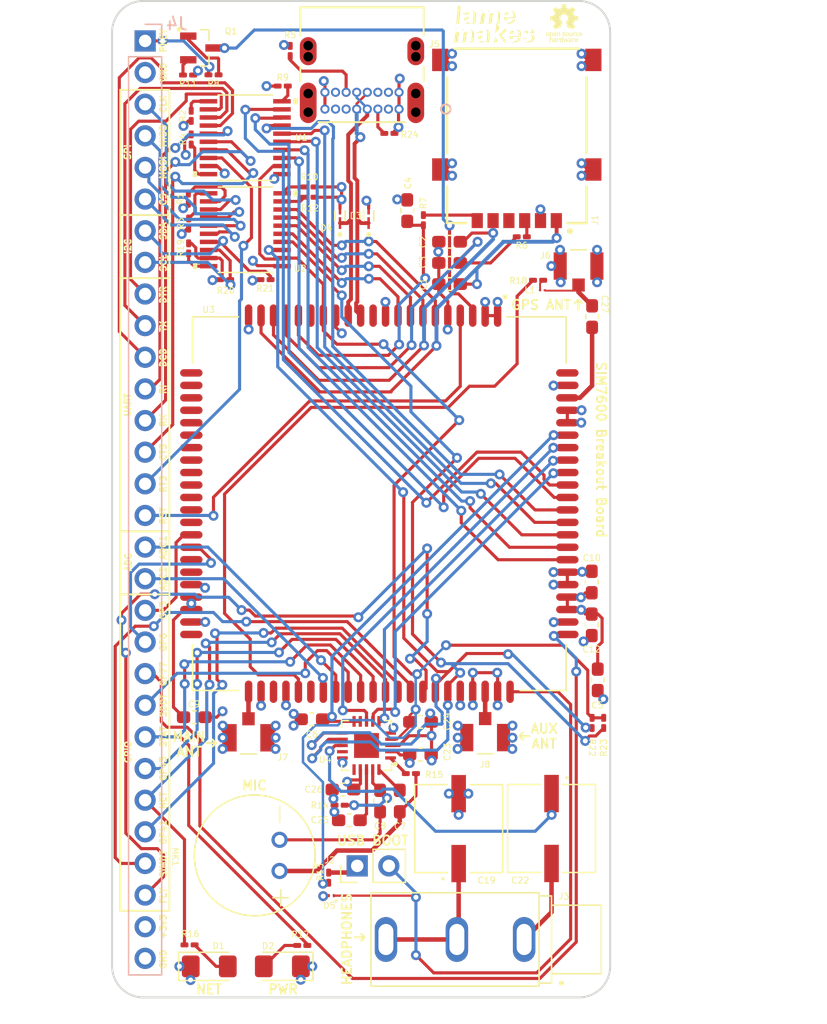
<source format=kicad_pcb>
(kicad_pcb (version 20240108) (generator "pcbnew") (generator_version "8.0")
  (layers (0 "F.Cu" signal) (1 "In1.Cu" signal) (2 "In2.Cu" signal) (31 "B.Cu" signal) (34 "B.Paste" user) (35 "F.Paste" user) (36 "B.SilkS" user "B.Silkscreen") (37 "F.SilkS" user "F.Silkscreen") (38 "B.Mask" user) (39 "F.Mask" user) (44 "Edge.Cuts" user))
  (net 0 "")
  (net 1 "/SIM_VCC")
  (net 2 "GND")
  (net 3 "Net-(Q1-Pad1)")
  (net 4 "Net-(Q1-Pad2)")
  (net 5 "/PWRKEY")
  (net 6 "/PCM_IN")
  (net 7 "/PCM_OUT")
  (net 8 "/PCM_SYNC")
  (net 9 "/PCM_CLK")
  (net 10 "Net-(U4-MICBIAS)")
  (net 11 "/+3v3")
  (net 12 "Net-(U4-MOUT)")
  (net 15 "/+1v8")
  (net 16 "/SCL")
  (net 17 "/SDA")
  (net 18 "Net-(U4-VREF)")
  (net 19 "Net-(U4-MIC-)")
  (net 20 "Net-(U4-MIC+)")
  (net 21 "/SPI_CLK")
  (net 22 "/SPI_CS")
  (net 23 "/SPI_MOSI")
  (net 24 "/SPI_MISO")
  (net 26 "Net-(U2-A7)")
  (net 27 "Net-(U2-A8)")
  (net 28 "Net-(U2-B8)")
  (net 29 "/3v3_SPI_MISO")
  (net 30 "/3v3_SPI_MOSI")
  (net 31 "/3v3_SPI_CS")
  (net 32 "/3v3_SPI_CLK")
  (net 33 "/3v3_SDA")
  (net 34 "/3v3_SCL")
  (net 35 "/UART_CTS")
  (net 36 "/UART_RX")
  (net 37 "/UART_DTR")
  (net 38 "/UART_RTS")
  (net 39 "/UART_RI")
  (net 40 "/UART_DCD")
  (net 41 "/UART_TX")
  (net 42 "Net-(U2-B7)")
  (net 43 "Net-(U2-EN)")
  (net 44 "/3v3_UART_TX")
  (net 45 "/3v3_UART_DCD")
  (net 46 "/3v3_UART_RI")
  (net 47 "/3v3_UART_RTS")
  (net 48 "/3v3_UART_DTR")
  (net 49 "/3v3_UART_RX")
  (net 50 "/3v3_UART_CTS")
  (net 51 "Net-(U1-A8)")
  (net 52 "/RESET")
  (net 53 "Net-(U1-B8)")
  (net 54 "/SIM_DATA")
  (net 55 "/SIM_RST")
  (net 56 "/SIM_CLK")
  (net 57 "Net-(U1-EN)")
  (net 69 "/GPIO3")
  (net 70 "/GPIO6")
  (net 74 "/ADC2")
  (net 75 "/ADC1")
  (net 76 "/SD_DET")
  (net 77 "/STATUS")
  (net 78 "/GPIO43")
  (net 79 "/NETLIGHT")
  (net 80 "/GPIO41")
  (net 81 "/USIM_DET")
  (net 82 "/FLIGHTMODE")
  (net 85 "/USB_BOOT")
  (net 87 "/GPIO77")
  (net 90 "/PWR_ON")
  (net 92 "Net-(J1-RST)")
  (net 93 "/D+")
  (net 95 "Net-(L1-Pad1)")
  (net 96 "Net-(C27-Pad2)")
  (net 97 "/MAIN_ANT")
  (net 98 "/GNSS_ANT")
  (net 99 "/AUX_ANT")
  (net 100 "/AUX_VDD")
  (net 101 "Net-(J1-IO)")
  (net 102 "Net-(C8-Pad1)")
  (net 103 "Net-(C7-Pad1)")
  (net 104 "Net-(C22-Pad2)")
  (net 105 "Net-(C19-Pad1)")
  (net 106 "/D-")
  (net 107 "Net-(J2-Pin_1)")
  (net 108 "Net-(D1-A)")
  (net 109 "Net-(D2-A)")
  (net 111 "Net-(J5-CC1)")
  (net 116 "Net-(J5-CC2)")
  (footprint "Capacitor_SMD:C_0603_1608Metric_Pad1.08x0.95mm_HandSolder" (layer "F.Cu") (at 142.1015 128.9055 90)
    (property "Reference" "C7")
    (property "Value" "1uF")
  )
  (footprint "Capacitor_SMD:C_0603_1608Metric_Pad1.08x0.95mm_HandSolder" (layer "F.Cu") (at 137.539 127.98)
    (property "Reference" "C26")
    (property "Value" "4.7uF")
  )
  (footprint "Resistor_SMD:R_0201_0603Metric_Pad0.64x0.40mm_HandSolder" (layer "F.Cu") (at 134.8425 80.425 180)
    (property "Reference" "R12")
    (property "Value" "47k")
  )
  (footprint "Resistor_SMD:R_0201_0603Metric_Pad0.64x0.40mm_HandSolder" (layer "F.Cu") (at 141.2675 75.3 180)
    (property "Reference" "R24")
    (property "Value" "5K1")
  )
  (footprint "Resistor_SMD:R_0201_0603Metric_Pad0.64x0.40mm_HandSolder" (layer "F.Cu") (at 142.994 126.698 180)
    (property "Reference" "R15")
    (property "Value" "1.3k")
  )
  (footprint "Capacitor_SMD:C_0603_1608Metric_Pad1.08x0.95mm_HandSolder" (layer "F.Cu") (at 125.6 122.175)
    (property "Reference" "C9")
    (property "Value" "100nF")
  )
  (footprint "sim7600_breakout:oshw_logo" (layer "F.Cu") (at 155.3 66.45)
    (property "Reference" "G***" (hide yes))
    (property "Value" "LOGO" (hide yes))
  )
  (footprint "sim7600_breakout:arrow" (layer "F.Cu") (at 126.95 124.25)
    (property "Reference" "G***" (hide yes))
    (property "Value" "LOGO" (hide yes))
  )
  (footprint "Resistor_SMD:R_0201_0603Metric_Pad0.64x0.40mm_HandSolder" (layer "F.Cu") (at 125.12 80.5415 90)
    (property "Reference" "R1")
    (property "Value" "47k")
  )
  (footprint "sim7600_breakout:arrow" (layer "F.Cu") (at 156.45 89.03 90)
    (property "Reference" "G***" (hide yes))
    (property "Value" "LOGO" (hide yes))
  )
  (footprint "Capacitor_SMD:C_0603_1608Metric_Pad1.08x0.95mm_HandSolder" (layer "F.Cu") (at 140.5215 128.9055 90)
    (property "Reference" "C8")
    (property "Value" "1uF")
  )
  (footprint "Capacitor_SMD:C_0603_1608Metric_Pad1.08x0.95mm_HandSolder" (layer "F.Cu") (at 146.1 84 180)
    (property "Reference" "C2")
    (property "Value" "22pF")
  )
  (footprint "sim7600_breakout:865080543009" (layer "F.Cu") (at 154.29 131.10915 -90)
    (property "Reference" "C22")
    (property "Value" "47uF" (hide yes))
  )
  (footprint "LED_SMD:LED_1206_3216Metric_Pad1.42x1.75mm_HandSolder" (layer "F.Cu") (at 126.8 142.18)
    (property "Reference" "D1")
    (property "Value" "R_LED")
  )
  (footprint "Resistor_SMD:R_0201_0603Metric_Pad0.64x0.40mm_HandSolder" (layer "F.Cu") (at 134.8425 79.6 180)
    (property "Reference" "R10")
    (property "Value" "47k")
  )
  (footprint "Resistor_SMD:R_0201_0603Metric_Pad0.64x0.40mm_HandSolder" (layer "F.Cu") (at 151.9 83.6 180)
    (property "Reference" "R6")
    (property "Value" "22")
  )
  (footprint "Resistor_SMD:R_0201_0603Metric_Pad0.64x0.40mm_HandSolder" (layer "F.Cu") (at 137.27 129.24)
    (property "Reference" "R14")
    (property "Value" "1.3k")
  )
  (footprint "Resistor_SMD:R_0201_0603Metric_Pad0.64x0.40mm_HandSolder" (layer "F.Cu") (at 125.35 75.79 -90)
    (property "Reference" "R4")
    (property "Value" "4k7")
  )
  (footprint "Resistor_SMD:R_0201_0603Metric_Pad0.64x0.40mm_HandSolder" (layer "F.Cu") (at 153.21 87.09 180)
    (property "Reference" "R18")
    (property "Value" "10")
  )
  (footprint "sim7600_breakout:HIROSE_U.FL-R-SMT-1(01)" (layer "F.Cu") (at 148.96 123.81 180)
    (property "Reference" "J8")
    (property "Value" "U.FL-R-SMT-1(01)")
  )
  (footprint "Resistor_SMD:R_0201_0603Metric_Pad0.64x0.40mm_HandSolder" (layer "F.Cu") (at 144 82.2675 -90)
    (property "Reference" "R7")
    (property "Value" "22")
  )
  (footprint "sim7600_breakout:HIROSE_U.FL-R-SMT-1(01)" (layer "F.Cu") (at 156.46 85.95)
    (property "Reference" "J6")
    (property "Value" "U.FL-R-SMT-1(01)")
  )
  (footprint "Capacitor_SMD:C_0603_1608Metric_Pad1.08x0.95mm_HandSolder" (layer "F.Cu") (at 143.7615 125.178 180)
    (property "Reference" "C23")
    (property "Value" "4.7uF")
  )
  (footprint "Resistor_SMD:R_0201_0603Metric_Pad0.64x0.40mm_HandSolder" (layer "F.Cu") (at 158.48 122.6325 90)
    (property "Reference" "R23")
    (property "Value" "2k2")
  )
  (footprint "sim7600_breakout:865080543009" (layer "F.Cu") (at 146.8315 131.11885 90)
    (property "Reference" "C19")
    (property "Value" "47uF" (hide yes))
  )
  (footprint "sim7600_breakout:IC_SIM7600E-H" (layer "F.Cu") (at 140.46 105.03 -90)
    (property "Reference" "U3")
    (property "Value" "SIM7600G-H")
  )
  (footprint "Resistor_SMD:R_0201_0603Metric_Pad0.64x0.40mm_HandSolder" (layer "F.Cu") (at 125.35 73.89 90)
    (property "Reference" "R2")
    (property "Value" "47k")
  )
  (footprint "Resistor_SMD:R_0201_0603Metric_Pad0.64x0.40mm_HandSolder" (layer "F.Cu") (at 131.32 87.0415 180)
    (property "Reference" "R21")
    (property "Value" "4k7")
  )
  (footprint "Resistor_SMD:R_0201_0603Metric_Pad0.64x0.40mm_HandSolder" (layer "F.Cu") (at 134.27 140.5 180)
    (property "Reference" "R17")
    (property "Value" "390")
  )
  (footprint "Capacitor_SMD:C_0603_1608Metric_Pad1.08x0.95mm_HandSolder" (layer "F.Cu") (at 157.52 114.7575 -90)
    (property "Reference" "C12")
    (property "Value" "100nF")
  )
  (footprint "Connector_PinHeader_2.54mm:PinHeader_1x02_P2.54mm_Vertical" (layer "F.Cu") (at 138.685 134.11 90)
    (property "Reference" "J2")
    (property "Value" "2W Header")
  )
  (footprint "Resistor_SMD:R_0201_0603Metric_Pad0.64x0.40mm_HandSolder" (layer "F.Cu") (at 133.3 68.683 -90)
    (property "Reference" "R5")
    (property "Value" "5K1")
  )
  (footprint "sim7600_breakout:IND_LQP02HQ47NH02E" (layer "F.Cu") (at 153.56 87.89)
    (property "Reference" "L1")
    (property "Value" "47nH")
  )
  (footprint "Capacitor_SMD:C_0603_1608Metric_Pad1.08x0.95mm_HandSolder" (layer "F.Cu") (at 146.1 85.7 180)
    (property "Reference" "C3")
    (property "Value" "22pF")
  )
  (footprint "Capacitor_SMD:C_0603_1608Metric_Pad1.08x0.95mm_HandSolder" (layer "F.Cu") (at 157.55 90.0075 90)
    (property "Reference" "C27")
    (property "Value" "33pF")
  )
  (footprint "sim7600_breakout:SOT95P237X112-3N" (layer "F.Cu") (at 126.13 68.44)
    (property "Reference" "Q1")
    (property "Value" "MMBT3904L_RFG")
  )
  (footprint "sim7600_breakout:DIOM1006X40N" (layer "F.Cu") (at 137.3 81.92 90)
    (property "Reference" "D4")
    (property "Value" "ESD9L5.0ST5G")
  )
  (footprint "sim7600_breakout:arrow" (layer "F.Cu") (at 138.9 139.85)
    (property "Reference" "G***" (hide yes))
    (property "Value" "LOGO" (hide yes))
  )
  (footprint "Resistor_SMD:R_0201_0603Metric_Pad0.64x0.40mm_HandSolder" (layer "F.Cu") (at 125.2175 140.455)
    (property "Reference" "R16")
    (property "Value" "390")
  )
  (footprint "Capacitor_SMD:C_0603_1608Metric_Pad1.08x0.95mm_HandSolder" (layer "F.Cu") (at 138.054 130.448 180)
    (property "Reference" "C25")
    (property "Value" "4.7uF")
  )
  (footprint "Resistor_SMD:R_0201_0603Metric_Pad0.64x0.40mm_HandSolder" (layer "F.Cu") (at 125.0975 70.615 180)
    (property "Reference" "R11")
    (property "Value" "47k")
  )
  (footprint "LED_SMD:LED_1206_3216Metric_Pad1.42x1.75mm_HandSolder" (layer "F.Cu") (at 132.67 142.175 180)
    (property "Reference" "D2")
    (property "Value" "R_LED")
  )
  (footprint "sim7600_breakout:DIOM1006X40N" (layer "F.Cu") (at 139.6 81.92 90)
    (property "Reference" "D3")
    (property "Value" "ESD9L5.0ST5G")
  )
  (footprint "sim7600_breakout:NVT2008PW_118" (layer "F.Cu") (at 129.687575 75.6475 180)
    (property "Reference" "U1")
    (property "Value" "NVT2008PW_118" (hide yes))
  )
  (footprint "Resistor_SMD:R_0201_0603Metric_Pad0.64x0.40mm_HandSolder" (layer "F.Cu") (at 157.55 122.6325 90)
    (property "Reference" "R22")
    (property "Value" "2k2")
  )
  (footprint "Resistor_SMD:R_0201_0603Metric_Pad0.64x0.40mm_HandSolder" (layer "F.Cu") (at 132.7 71.5)
    (property "Reference" "R9")
    (property "Value" "47k")
  )
  (footprint "Resistor_SMD:R_0201_0603Metric_Pad0.64x0.40mm_HandSolder" (layer "F.Cu") (at 125.145 82.5415 90)
    (property "Reference" "R3")
    (property "Value" "47k")
  )
  (footprint "Capacitor_SMD:C_0603_1608Metric_Pad1.08x0.95mm_HandSolder" (layer "F.Cu") (at 135.0475 122.34 180)
    (property "Reference" "C6")
    (property "Value" "4.7uF")
  )
  (footprint "sim7600_breakout:HIROSE_U.FL-R-SMT-1(01)" (layer "F.Cu") (at 129.95 123.825 180)
    (property "Reference" "J7")
    (property "Value" "U.FL-R-SMT-1(01)")
  )
  (footprint "Resistor_SMD:R_0201_0603Metric_Pad0.64x0.40mm_HandSolder" (layer "F.Cu") (at 125.145 84.534 -90)
    (property "Reference" "R19")
    (property "Value" "4k7")
  )
  (footprint "Resistor_SMD:R_0201_0603Metric_Pad0.64x0.40mm_HandSolder" (layer "F.Cu") (at 127.1425 70.6 180)
    (property "Reference" "R8")
    (property "Value" "4k7")
  )
  (footprint "Resistor_SMD:R_0201_0603Metric_Pad0.64x0.40mm_HandSolder" (layer "F.Cu") (at 136.38975 135.055502 90)
    (property "Reference" "R13")
    (property "Value" "47k")
  )
  (footprint "sim7600_breakout:CUI_MJ-3502N" (layer "F.Cu") (at 146.54 140.02 180)
    (property "Reference" "J3")
    (property "Value" "MJ-3502N")
  )
  (footprint "Resistor_SMD:R_0201_0603Metric_Pad0.64x0.40mm_HandSolder" (layer "F.Cu") (at 128.0725 87.0415 180)
    (property "Reference" "R20")
    (property "Value" "4k7")
  )
  (footprint "sim7600_breakout:MIC_AOM-4544P-NF-R" (layer "F.Cu") (at 130.45 133.27 -90)
    (property "Reference" "MK1")
    (property "Value" "AOM-4544P")
  )
  (footprint "Capacitor_SMD:C_0603_1608Metric_Pad1.08x0.95mm_HandSolder" (layer "F.Cu") (at 146.1 87.4 180)
    (property "Reference" "C1")
    (property "Value" "22pF")
  )
  (footprint "sim7600_breakout:QFN50P400X400X80-21N" (layer "F.Cu") (at 139.43 124.445 180)
    (property "Reference" "U4")
    (property "Value" "NAU8810YG")
  )
  (footprint "sim7600_breakout:lamemakes_logo" (layer "F.Cu") (at 149.6 66.5)
    (property "Reference" "G***" (hide yes))
    (property "Value" "LOGO" (hide yes))
  )
  (footprint "sim7600_breakout:2137160001-USB-C" (layer "F.Cu") (at 142.042551 73.35 180)
    (property "Reference" "J5")
    (property "Value" "2137160001" (hide yes))
  )
  (footprint "Capacitor_SMD:C_0603_1608Metric_Pad1.08x0.95mm_HandSolder" (layer "F.Cu") (at 143.769 122.548)
    (property "Reference" "C24")
    (property "Value" "4.7uF")
  )
  (footprint "Capacitor_SMD:C_0603_1608Metric_Pad1.08x0.95mm_HandSolder" (layer "F.Cu") (at 157.52 111.32 90)
    (property "Reference" "C10")
    (property "Value" "100nF")
  )
  (footprint "Capacitor_SMD:C_0603_1608Metric_Pad1.08x0.95mm_HandSolder" (layer "F.Cu") (at 142.7 81.5 90)
    (property "Reference" "C4")
    (property "Value" "100nF")
  )
  (footprint "sim7600_breakout:PESD2V0Y1BSFYL" (layer "F.Cu") (at 136.6 136.5)
    (property "Reference" "D5")
    (property "Value" "PESD2V0Y1BSFYL" (hide yes))
  )
  (footprint "sim7600_breakout:arrow" (layer "F.Cu") (at 152.1 123.7 180)
    (property "Reference" "G***" (hide yes))
    (property "Value" "LOGO" (hide yes))
  )
  (footprint "Capacitor_SMD:C_0603_1608Metric_Pad1.08x0.95mm_HandSolder" (layer "F.Cu") (at 158 119.175 -90)
    (property "Reference" "C5")
    (property "Value" "10uF")
  )
  (footprint "sim7600_breakout:NVT2008PW_118" (layer "F.Cu") (at 129.702 83.0365 180)
    (property "Reference" "U2")
    (property "Value" "NVT2008PW_118" (hide yes))
  )
  (footprint "sim7600_breakout:GCT_SIM8060-6-0-14-00-A" (layer "F.Cu") (at 151.5 75.5 180)
    (property "Reference" "J1")
    (property "Value" "SIM8060-6-0-14-00-A")
  )
  (footprint "Connector_PinHeader_2.54mm:PinHeader_1x30_P2.54mm_Vertical" (layer "B.Cu") (at 121.65 67.875 180)
    (property "Reference" "J4")
    (property "Value" "30W Header")
  )
  (gr_rect (start 119.65 81.85) (end 123.6 86.925) (stroke (width 0.15)) (fill none) (layer "F.SilkS"))
  (gr_rect (start 119.65 86.925) (end 123.6 107.25) (stroke (width 0.15)) (fill none) (layer "F.SilkS"))
  (gr_rect (start 119.65 107.2375) (end 123.6 112.3125) (stroke (width 0.15)) (fill none) (layer "F.SilkS"))
  (gr_rect (start 119.65 71.8) (end 123.6 81.85) (stroke (width 0.15)) (fill none) (layer "F.SilkS"))
  (gr_rect (start 119.65 112.3125) (end 123.6 137.7125) (stroke (width 0.15)) (fill none) (layer "F.SilkS"))
  (gr_line (start 121.5 64.67) (end 156.5 64.67) (stroke (width 0.16)) (layer "Edge.Cuts"))
  (gr_line (start 121.5 144.67) (end 156.5 144.67) (stroke (width 0.16)) (layer "Edge.Cuts"))
  (gr_arc (start 121.5 144.67) (mid 119.732233 143.937767) (end 119 142.17) (stroke (width 0.16)) (layer "Edge.Cuts"))
  (gr_line (start 159 142.17) (end 159 67.17) (stroke (width 0.16)) (layer "Edge.Cuts"))
  (gr_arc (start 119 67.17) (mid 119.732233 65.402233) (end 121.5 64.67) (stroke (width 0.16)) (layer "Edge.Cuts"))
  (gr_arc (start 159 142.17) (mid 158.267767 143.937767) (end 156.5 144.67) (stroke (width 0.16)) (layer "Edge.Cuts"))
  (gr_arc (start 156.5 64.67) (mid 158.267767 65.402233) (end 159 67.17) (stroke (width 0.16)) (layer "Edge.Cuts"))
  (gr_line (start 119 142.17) (end 119 67.17) (stroke (width 0.16)) (layer "Edge.Cuts"))
  (gr_text "SDA" (at 123.1 83.15 90) (layer "F.SilkS") (effects (font (size 0.5 0.5) (thickness 0.125))))
  (gr_text "CLK" (at 123.1 72.95 90) (layer "F.SilkS") (effects (font (size 0.5 0.5) (thickness 0.125))))
  (gr_text "STAT" (at 123.1 123.75 90) (layer "F.SilkS") (effects (font (size 0.5 0.5) (thickness 0.125))))
  (gr_text "PKEY" (at 123.1 67.85 90) (layer "F.SilkS") (effects (font (size 0.5 0.5) (thickness 0.125))))
  (gr_text "NET" (at 123.1 128.85 90) (layer "F.SilkS") (effects (font (size 0.5 0.5) (thickness 0.125))))
  (gr_text "GND" (at 123.1 70.4 90) (layer "F.SilkS") (effects (font (size 0.5 0.5) (thickness 0.125))))
  (gr_text "MOSI" (at 123.1 78.05 90) (layer "F.SilkS") (effects (font (size 0.5 0.5) (thickness 0.125))))
  (gr_text "DTR" (at 123.1 88.25 90) (layer "F.SilkS") (effects (font (size 0.5 0.5) (thickness 0.125))))
  (gr_text "+3v3" (at 123.1 139 90) (layer "F.SilkS") (effects (font (size 0.5 0.5) (thickness 0.125))))
  (gr_text "CTS" (at 123.1 100.9 90) (layer "F.SilkS") (effects (font (size 0.5 0.5) (thickness 0.125))))
  (gr_text "ADC" (at 120.3 109.725 90) (layer "F.SilkS") (effects (font (size 0.5 0.5) (thickness 0.125))))
  (gr_text "RTS" (at 123.1 103.45 90) (layer "F.SilkS") (effects (font (size 0.5 0.5) (thickness 0.125))))
  (gr_text "MISO" (at 123.099801 75.5 90) (layer "F.SilkS") (effects (font (size 0.5 0.5) (thickness 0.125))))
  (gr_text "HEADPHONES" (at 137.85 140 90) (layer "F.SilkS") (effects (font (size 0.75 0.75))))
  (gr_text "USB BOOT" (at 139.925 132.075 0) (layer "F.SilkS") (effects (font (size 0.75 0.75))))
  (gr_text "MIC" (at 130.425 127.65 0) (layer "F.SilkS") (effects (font (size 0.75 0.75))))
  (gr_text "NET" (at 126.775 144.025 0) (layer "F.SilkS") (effects (font (size 0.75 0.75))))
  (gr_text "GP6" (at 123.1 116.15 90) (layer "F.SilkS") (effects (font (size 0.5 0.5) (thickness 0.125))))
  (gr_text "SCL" (at 123.1 85.7 90) (layer "F.SilkS") (effects (font (size 0.5 0.5) (thickness 0.125))))
  (gr_text "GP77" (at 123.098023 118.7 90) (layer "F.SilkS") (effects (font (size 0.5 0.5) (thickness 0.125))))
  (gr_text "RX" (at 123.1 98.35 90) (layer "F.SilkS") (effects (font (size 0.5 0.5) (thickness 0.125))))
  (gr_text "SIMDT" (at 123.1 133.95 90) (layer "F.SilkS") (effects (font (size 0.5 0.5) (thickness 0.125))))
  (gr_text "UART" (at 120.25 97.1 90) (layer "F.SilkS") (effects (font (size 0.5 0.5) (thickness 0.125))))
  (gr_text "I2C" (at 120.275 84.375 90) (layer "F.SilkS") (effects (font (size 0.5 0.5) (thickness 0.125))))
  (gr_text "GP41" (at 123.1 131.4 90) (layer "F.SilkS") (effects (font (size 0.5 0.5) (thickness 0.125))))
  (gr_text "FLY" (at 123.099999 136.5 90) (layer "F.SilkS") (effects (font (size 0.5 0.5) (thickness 0.125))))
  (gr_text "RST" (at 123.1 106 90) (layer "F.SilkS") (effects (font (size 0.5 0.5) (thickness 0.125))))
  (gr_text "ADC1" (at 123.1 108.55 90) (layer "F.SilkS") (effects (font (size 0.5 0.5) (thickness 0.125))))
  (gr_text "RI" (at 123.1 95.85 90) (layer "F.SilkS") (effects (font (size 0.5 0.5) (thickness 0.125))))
  (gr_text "SPI" (at 120.25 76.8 90) (layer "F.SilkS") (effects (font (size 0.5 0.5) (thickness 0.125))))
  (gr_text "CS" (at 123.1 80.6 90) (layer "F.SilkS") (effects (font (size 0.5 0.5) (thickness 0.125))))
  (gr_text "GPIO" (at 120.275 124.975 90) (layer "F.SilkS") (effects (font (size 0.5 0.5) (thickness 0.125))))
  (gr_text "DCD" (at 123.1 93.3 90) (layer "F.SilkS") (effects (font (size 0.5 0.5) (thickness 0.125))))
  (gr_text "SIM7600 Breakout Board" (at 158.275 100.7 270) (layer "F.SilkS") (effects (font (size 0.75 0.75))))
  (gr_text "GP3" (at 123.1 113.6 90) (layer "F.SilkS") (effects (font (size 0.5 0.5) (thickness 0.125))))
  (gr_text "MAIN\nANT" (at 125.175 124.35 0) (layer "F.SilkS") (effects (font (size 0.75 0.75))))
  (gr_text "GND" (at 123.1 141.6 90) (layer "F.SilkS") (effects (font (size 0.5 0.5) (thickness 0.125))))
  (gr_text "GPS ANT" (at 153.46 89.07 0) (layer "F.SilkS") (effects (font (size 0.75 0.75))))
  (gr_text "PWR" (at 132.725 144.025 0) (layer "F.SilkS") (effects (font (size 0.75 0.75))))
  (gr_text "TX" (at 123.1 90.8 90) (layer "F.SilkS") (effects (font (size 0.5 0.5) (thickness 0.125))))
  (gr_text "GP43" (at 123.1 126.3 90) (layer "F.SilkS") (effects (font (size 0.5 0.5) (thickness 0.125))))
  (gr_text "SDDT" (at 123.1 121.25 90) (layer "F.SilkS") (effects (font (size 0.5 0.5) (thickness 0.125))))
  (gr_text "AUX\nANT" (at 153.7 123.7 0) (layer "F.SilkS") (effects (font (size 0.75 0.75))))
  (gr_text "ADC2" (at 123.1 111.05 90) (layer "F.SilkS") (effects (font (size 0.5 0.5) (thickness 0.125))))
  (segment (start 141.402299 96.057701) (end 141.402299 95.997701) (width 0.25) (layer "F.Cu") (net 1))
  (segment (start 130.96 91.32) (end 135.65 96.01) (width 0.25) (layer "F.Cu") (net 1))
  (segment (start 135.697701 96.057701) (end 141.402299 96.057701) (width 0.25) (layer "F.Cu") (net 1))
  (segment (start 141.402299 95.997701) (end 145.05 92.35) (width 0.25) (layer "F.Cu") (net 1))
  (segment (start 154.7 82.325) (end 154.675 82.3) (width 0.312) (layer "F.Cu") (net 1))
  (segment (start 146.9625 87.4) (end 148.3 87.4) (width 0.25) (layer "F.Cu") (net 1))
  (segment (start 130.96 89.93) (end 130.96 91.32) (width 0.25) (layer "F.Cu") (net 1))
  (segment (start 154.7 83.7) (end 154.7 82.325) (width 0.312) (layer "F.Cu") (net 1))
  (segment (start 135.65 96.01) (end 135.697701 96.057701) (width 0.25) (layer "F.Cu") (net 1))
  (via (at 154.7 83.7) (size 0.8) (drill 0.4) (layers "F.Cu" "B.Cu") (net 1))
  (via (at 145.05 92.35) (size 0.8) (drill 0.4) (layers "F.Cu" "B.Cu") (net 1))
  (via (at 148.3 87.4) (size 0.8) (drill 0.4) (layers "F.Cu" "B.Cu") (net 1))
  (segment (start 148.3 86.140862) (end 148.370431 86.070431) (width 0.25) (layer "B.Cu") (net 1))
  (segment (start 145.05 89.390862) (end 148.370431 86.070431) (width 0.312) (layer "B.Cu") (net 1))
  (segment (start 150.4 84) (end 154.4 84) (width 0.312) (layer "B.Cu") (net 1))
  (segment (start 154.4 84) (end 154.7 83.7) (width 0.312) (layer "B.Cu") (net 1))
  (segment (start 148.3 87.4) (end 148.3 86.140862) (width 0.25) (layer "B.Cu") (net 1))
  (segment (start 145.05 92.35) (end 145.05 89.390862) (width 0.312) (layer "B.Cu") (net 1))
  (segment (start 148.370431 86.070431) (end 150.4 84.040862) (width 0.312) (layer "B.Cu") (net 1))
  (segment (start 150.4 84.040862) (end 150.4 84) (width 0.312) (layer "B.Cu") (net 1))
  (segment (start 146.8315 128.31215) (end 146.8315 130.0085) (width 0.25) (layer "F.Cu") (net 2))
  (segment (start 125.3125 143.2625) (end 125.3 143.275) (width 0.25) (layer "F.Cu") (net 2))
  (segment (start 136.85 129.2525) (end 136.8625 129.24) (width 0.25) (layer "F.Cu") (net 2))
  (segment (start 141.675 75.3) (end 141.675 75.125) (width 0.25) (layer "F.Cu") (net 2))
  (segment (start 135.991223 136.5) (end 135.951962 136.539261) (width 0.18) (layer "F.Cu") (net 2))
  (segment (start 144.65 122.34) (end 144.66 122.33) (width 0.25) (layer "F.Cu") (net 2))
  (segment (start 137.3 81.34) (end 137.3 80.725) (width 0.25) (layer "F.Cu") (net 2))
  (segment (start 137.1915 130.1165) (end 136.85 129.775) (width 0.25) (layer "F.Cu") (net 2))
  (segment (start 157.2 78.2) (end 156.7 77.7) (width 0.25) (layer "F.Cu") (net 2))
  (segment (start 132.12 124.52) (end 131.425 123.825) (width 0.25) (layer "F.Cu") (net 2))
  (segment (start 155.56 95.53) (end 154.47 95.53) (width 0.25) (layer "F.Cu") (net 2))
  (segment (start 131.43 123.82) (end 131.425 123.825) (width 0.25) (layer "F.Cu") (net 2))
  (segment (start 126.208163 111.53) (end 126.461311 111.783148) (width 0.25) (layer "F.Cu") (net 2))
  (segment (start 145.96 88.78) (end 145.2375 88.0575) (width 0.25) (layer "F.Cu") (net 2))
  (segment (start 154.985 87.21) (end 155.025 87.25) (width 0.3628) (layer "F.Cu") (net 2))
  (segment (start 145.8 69.4) (end 146.3 69.9) (width 0.25) (layer "F.Cu") (net 2))
  (segment (start 133.3 68.2755) (end 132.8755 68.2755) (width 0.25) (layer "F.Cu") (net 2))
  (segment (start 132.2925 71.5) (end 131.4 71.5) (width 0.25) (layer "F.Cu") (net 2))
  (segment (start 149.93 118.6) (end 148.96 118.6) (width 0.25) (layer "F.Cu") (net 2))
  (segment (start 132.96 120.13) (end 132.96 121.22) (width 0.25) (layer "F.Cu") (net 2))
  (segment (start 157.52 115.62) (end 157.334012 115.62) (width 0.25) (layer "F.Cu") (net 2))
  (segment (start 132.61325 85.92) (end 130.675 85.92) (width 0.25) (layer "F.Cu") (net 2))
  (segment (start 154.985 84.66) (end 154.975 84.65) (width 0.3628) (layer "F.Cu") (net 2))
  (segment (start 148.96 89.93) (end 149.96 89.93) (width 0.25) (layer "F.Cu") (net 2))
  (segment (start 145.8 78.2) (end 146.3 78.7) (width 0.25) (layer "F.Cu") (net 2))
  (segment (start 141.365 123.445) (end 141.365 123.2545) (width 0.25) (layer "F.Cu") (net 2))
  (segment (start 132.13 122.85) (end 132.13 123.12) (width 0.25) (layer "F.Cu") (net 2))
  (segment (start 144.65 123.66) (end 144.65 122.34) (width 0.25) (layer "F.Cu") (net 2))
  (segment (start 125.36 111.53) (end 126.208163 111.53) (width 0.25) (layer "F.Cu") (net 2))
  (segment (start 136.09255 72) (end 136.09255 71.19255) (width 0.25) (layer "F.Cu") (net 2))
  (segment (start 136.6765 129.054) (end 136.8625 129.24) (width 0.25) (layer "F.Cu") (net 2))
  (segment (start 149.96 118.65) (end 149.97 118.64) (width 0.25) (layer "F.Cu") (net 2))
  (segment (start 146.8315 128.31215) (end 146.05215 128.31215) (width 0.25) (layer "F.Cu") (net 2))
  (segment (start 147.485 123.81) (end 147.485 123.985) (width 0.25) (layer "F.Cu") (net 2))
  (segment (start 157.65 78.2) (end 157.3 78.2) (width 0.25) (layer "F.Cu") (net 2))
  (segment (start 127.88 122.85) (end 127.88 123.23) (width 0.25) (layer "F.Cu") (net 2))
  (segment (start 157.52 110.4575) (end 156.7925 110.4575) (width 0.25) (layer "F.Cu") (net 2))
  (segment (start 145.2375 84) (end 145.2375 84.7625) (width 0.25) (layer "F.Cu") (net 2))
  (segment (start 147.485 123.985) (end 146.75 124.72) (width 0.25) (layer "F.Cu") (net 2))
  (segment (start 142.84 123.66) (end 142.055 124.445) (width 0.25) (layer "F.Cu") (net 2))
  (segment (start 147.485 123.575) (end 146.76 122.85) (width 0.25) (layer "F.Cu") (net 2))
  (segment (start 134.1575 143.2425) (end 134.15 143.25) (width 0.25) (layer "F.Cu") (net 2))
  (segment (start 137.1915 130.448) (end 137.1915 130.1165) (width 0.25) (layer "F.Cu") (net 2))
  (segment (start 145.96 91.04) (end 145.95 91.05) (width 0.25) (layer "F.Cu") (net 2))
  (segment (start 144.6525 124.96) (end 144.6525 123.6625) (width 0.25) (layer "F.Cu") (net 2))
  (segment (start 136.85 129.775) (end 136.85 129.2525) (width 0.25) (layer "F.Cu") (net 2))
  (segment (start 127.87 124.43) (end 128.475 123.825) (width 0.25) (layer "F.Cu") (net 2))
  (segment (start 130.96 120.13) (end 130.96 121.25) (width 0.25) (layer "F.Cu") (net 2))
  (segment (start 135.25 79.6) (end 137.425 79.6) (width 0.25) (layer "F.Cu") (net 2))
  (segment (start 139.6 80.87152) (end 139.42848 80.7) (width 0.25) (layer "F.Cu") (net 2))
  (segment (start 125.35 74.2975) (end 125.129545 74.2975) (width 0.25) (layer "F.Cu") (net 2))
  (segment (start 134.185 122.34) (end 133.99 122.34) (width 0.25) (layer "F.Cu") (net 2))
  (segment (start 136.6765 127.98) (end 136.6765 128.6265) (width 0.25) (layer "F.Cu") (net 2))
  (segment (start 144.6525 125.6425) (end 144.66 125.65) (width 0.25) (layer "F.Cu") (net 2))
  (segment (start 126.47 114.53) (end 126.475 114.525) (width 0.25) (layer "F.Cu") (net 2))
  (segment (start 149.96 120.13) (end 149.96 118.65) (width 0.25) (layer "F.Cu") (net 2))
  (segment (start 154.46 110.53) (end 154.45 110.52) (width 0.25) (layer "F.Cu") (net 2))
  (segment (start 157.65 78.2) (end 157.2 78.2) (width 0.25) (layer "F.Cu") (net 2))
  (segment (start 142 73.392551) (end 142.042551 73.35) (width 0.25) (layer "F.Cu") (net 2))
  (segment (start 137.495 125.445) (end 137.495 125.82) (width 0.25) (layer "F.Cu") (net 2))
  (segment (start 127.3945 122.175) (end 127.8695 121.7) (width 0.25) (layer "F.Cu") (net 2))
  (segment (start 125.063662 80.949) (end 124.7105 81.302162) (width 0.25) (layer "F.Cu") (net 2))
  (segment (start 145.2375 84.8375) (end 145.2 84.8) (width 0.25) (layer "F.Cu") (net 2))
  (segment (start 132.640325 78.5725) (end 132.403 78.5725) (width 0.25) (layer "F.Cu") (net 2))
  (segment (start 149.96 89.93) (end 149.96 88.83) (width 0.25) (layer "F.Cu") (net 2))
  (segment (start 136.96 89.93) (end 136.96 90.8655) (width 0.25) (layer "F.Cu") (net 2))
  (segment (start 125.36 114.53) (end 126.47 114.53) (width 0.25) (layer "F.Cu") (net 2))
  (segment (start 155.56 110.53) (end 156.72 110.53) (width 0.25) (layer "F.Cu") (net 2))
  (segment (start 147.485 123.81) (end 147.485 123.575) (width 0.25) (layer "F.Cu") (net 2))
  (segment (start 153.405 81.405) (end 153.4 81.4) (width 0.25) (layer "F.Cu") (net 2))
  (segment (start 144.6525 124.96) (end 144.6525 125.6425) (width 0.25) (layer "F.Cu") (net 2))
  (segment (start 149.97 118.64) (end 149.93 118.6) (width 0.25) (layer "F.Cu") (net 2))
  (segment (start 148.96 89.93) (end 148.96 88.83) (width 0.25) (layer "F.Cu") (net 2))
  (segment (start 133.58 121.9) (end 133.745 121.9) (width 0.25) (layer "F.Cu") (net 2))
  (segment (start 137.495 125.82) (end 137.5 125.825) (width 0.25) (layer "F.Cu") (net 2))
  (segment (start 157.935 85.95) (end 157.935 87.235) (width 0.3628) (layer "F.Cu") (net 2))
  (segment (start 124.405 142.18) (end 124.4 142.175) (width 0.25) (layer "F.Cu") (net 2))
  (segment (start 155.56 98.53) (end 156.67 98.53) (width 0.25) (layer "F.Cu") (net 2))
  (segment (start 134.1575 142.175) (end 135.075 142.175) (width 0.25) (layer "F.Cu") (net 2))
  (segment (start 130.3 85.545) (end 130.3 85.525) (width 0.25) (layer "F.Cu") (net 2))
  (segment (start 125.018656 82.949) (end 124.589673 83.377983) (width 0.25) (layer "F.Cu") (net 2))
  (segment (start 125.3125 142.18) (end 124.405 142.18) (width 0.25) (layer "F.Cu") (net 2))
  (segment (start 127.88 123.23) (end 128.475 123.825) (width 0.25) (layer "F.Cu") (net 2))
  (segment (start 132.8755 68.2755) (end 132.8 68.2) (width 0.25) (layer "F.Cu") (net 2))
  (segment (start 142.042551 70.957449) (end 142.1 70.9) (width 0.25) (layer "F.Cu") (net 2))
  (segment (start 142.7 80.6375) (end 141.9375 80.6375) (width 0.25) (layer "F.Cu") (net 2))
  (segment (start 145.35 78.2) (end 145.8 78.2) (width 0.25) (layer "F.Cu") (net 2))
  (segment (start 147.96 120.13) (end 147.96 121.21) (width 0.25) (layer "F.Cu") (net 2))
  (segment (start 157.2 69.4) (end 156.7 68.9) (width 0.25) (layer "F.Cu") (net 2))
  (segment (start 136.96 90.8655) (end 137.4445 91.35) (width 0.25) (layer "F.Cu") (net 2))
  (segment (start 132.65475 85.9615) (end 132.61325 85.92) (width 0.25) (layer "F.Cu") (net 2))
  (segment (start 140.96 88.84) (end 140.95 88.83) (width 0.25) (layer "F.Cu") (net 2))
  (segment (start 145.2375 88.0575) (end 145.2375 87.4) (width 0.25) (layer "F.Cu") (net 2))
  (segment (start 137.425 79.6) (end 137.425 80.6) (width 0.25) (layer "F.Cu") (net 2))
  (segment (start 142.042551 72) (end 142.042551 70.957449) (width 0.25) (layer "F.Cu") (net 2))
  (segment (start 134.08 122.34) (end 133.57 122.85) (width 0.25) (layer "F.Cu") (net 2))
  (segment (start 144.6315 121.9515) (end 144.55 121.87) (width 0.25) (layer "F.Cu") (net 2))
  (segment (start 154.985 85.95) (end 154.985 87.21) (width 0.3628) (layer "F.Cu") (net 2))
  (segment (start 154.985 85.95) (end 154.985 84.66) (width 0.3628) (layer "F.Cu") (net 2))
  (segment (start 149.96 120.13) (end 149.96 121.22) (width 0.25) (layer "F.Cu") (net 2))
  (segment (start 156.72 110.53) (end 156.75 110.5) (width 0.25) (layer "F.Cu") (net 2))
  (segment (start 154.48 114.53) (end 154.47 114.54) (width 0.25) (layer "F.Cu") (net 2))
  (segment (start 147.96 120.13) (end 147.96 118.61) (width 0.25) (layer "F.Cu") (net 2))
  (segment (start 147.96 121.21) (end 147.97 121.22) (width 0.25) (layer "F.Cu") (net 2))
  (segment (start 142 74.8) (end 142 73.392551) (width 0.25) (layer "F.Cu") (net 2))
  (segment (start 136.6765 128.6265) (end 136.775 128.725) (width 0.25) (layer "F.Cu") (net 2))
  (segment (start 157.65 69.4) (end 157.2 69.4) (width 0.25) (layer "F.Cu") (net 2))
  (segment (start 125.3125 142.18) (end 125.3125 143.2625) (width 0.25) (layer "F.Cu") (net 2))
  (segment (start 137.3 80.725) (end 137.425 80.6) (width 0.25) (layer "F.Cu") (net 2))
  (segment (start 140.96 89.93) (end 140.96 88.84) (width 0.25) (layer "F.Cu") (net 2))
  (segment (start 126.4625 122.175) (end 127.3945 122.175) (width 0.25) (layer "F.Cu") (net 2))
  (segment (start 155.56 97.53) (end 156.695 97.53) (width 0.25) (layer "F.Cu") (net 2))
  (segment (start 127.88 123.82) (end 128.47 123.82) (width 0.25) (layer "F.Cu") (net 2))
  (segment (start 141.675 75.125) (end 142 74.8) (width 0.25) (layer "F.Cu") (net 2))
  (segment (start 157.2 69.4) (end 156.7 69.9) (width 0.25) (layer "F.Cu") (net 2))
  (segment (start 144.8425 122.3575) (end 144.815 122.33) (width 0.25) (layer "F.Cu") (net 2))
  (segment (start 125.129545 74.2975) (end 124.730783 74.696262) (width 0.25) (layer "F.Cu") (net 2))
  (segment (start 142.84 123.66) (end 144.65 123.66) (width 0.25) (layer "F.Cu") (net 2))
  (segment (start 136.09255 73.35) (end 136.09255 72) (width 0.25) (layer "F.Cu") (net 2))
  (segment (start 157.935 84.665) (end 157.95 84.65) (width 0.3628) (layer "F.Cu") (net 2))
  (segment (start 132.403 78.5725) (end 132.0255 78.95) (width 0.25) (layer "F.Cu") (net 2))
  (segment (start 156.695 97.53) (end 156.7 97.525) (width 0.25) (layer "F.Cu") (net 2))
  (segment (start 146.8315 128.31215) (end 147.60785 128.31215) (width 0.25) (layer "F.Cu") (net 2))
  (segment (start 144.6315 122.548) (end 144.6315 121.9515) (width 0.25) (layer "F.Cu") (net 2))
  (segment (start 155.56 110.53) (end 154.46 110.53) (width 0.25) (layer "F.Cu") (net 2))
  (segment (start 142.042551 72) (end 142.042551 73.35) (width 0.25) (layer "F.Cu") (net 2))
  (segment (start 147.96 118.61) (end 147.97 118.6) (width 0.25) (layer "F.Cu") (net 2))
  (segment (start 155.56 114.53) (end 154.48 114.53) (width 0.25) (layer "F.Cu") (net 2))
  (segment (start 135.25 80.425) (end 137.25 80.425) (width 0.25) (layer "F.Cu") (net 2))
  (segment (start 134.1575 142.175) (end 134.1575 143.2425) (width 0.25) (layer "F.Cu") (net 2))
  (segment (start 145.2375 87.4) (end 145.2375 85.7) (width 0.25) (layer "F.Cu") (net 2))
  (segment (start 141.365 123.2545) (end 141.5915 123.028) (width 0.25) (layer "F.Cu") (net 2))
  (segment (start 136.09255 71.19255) (end 136 71.1) (width 0.25) (layer "F.Cu") (net 2))
  (segment (start 155.56 98.53) (end 155.56 97.53) (width 0.25) (layer "F.Cu") (net 2))
  (segment (start 155.56 111.53) (end 155.56 110.53) (width 0.25) (layer "F.Cu") (net 2))
  (segment (start 130.675 85.92) (end 130.3 85.545) (width 0.25) (layer "F.Cu") (net 2))
  (segment (start 146.96 120.13) (end 146.96 121.23) (width 0.25) (layer "F.Cu") (net 2))
  (segment (start 132.13 123.82) (end 131.43 123.82) (width 0.25) (layer "F.Cu") (net 2))
  (segment (start 141.365 124.445) (end 142.055 124.445) (width 0.25) (layer "F.Cu") (net 2))
  (segment (start 132.12 124.72) (end 132.12 124.52) (width 0.25) (layer "F.Cu") (net 2))
  (segment (start 157.334012 115.62) (end 156.863554 116.090458) (width 0.25) (layer "F.Cu") (net 2))
  (segment (start 127.87 124.72) (end 127.87 124.43) (width 0.25) (layer "F.Cu") (net 2))
  (segment (start 146.77 123.81) (end 146.76 123.82) (width 0.25) (layer "F.Cu") (net 2))
  (segment (start 134.185 122.34) (end 134.08 122.34) (width 0.25) (layer "F.Cu") (net 2))
  (segment (start 154.47 95.53) (end 154.45 95.55) (width 0.25) (layer "F.Cu") (net 2))
  (segment (start 145.2375 84.7625) (end 145.2 84.8) (width 0.25) (layer "F.Cu") (net 2))
  (segment (start 136.6765 127.98) (end 136.6765 129.054) (width 0.25) (layer "F.Cu") (net 2))
  (segment (start 137.25 80.425) (end 137.425 80.6) (width 0.25) (layer "F.Cu") (net 2))
  (segment (start 133.745 121.9) (end 134.185 122.34) (width 0.25) (layer "F.Cu") (net 2))
  (segment (start 155.56 111.53) (end 154.45 111.53) (width 0.25) (layer "F.Cu") (net 2))
  (segment (start 128.47 123.82) (end 128.475 123.825) (width 0.25) (layer "F.Cu") (net 2))
  (segment (start 144.6525 123.6625) (end 144.65 123.66) (width 0.25) (layer "F.Cu") (net 2))
  (segment (start 145.8 69.4) (end 146.3 68.9) (width 0.25) (layer "F.Cu") (net 2))
  (segment (start 157.2 78.2) (end 156.7 78.7) (width 0.25) (layer "F.Cu") (net 2))
  (segment (start 158 120.275) (end 158.45 120.725) (width 0.25) (layer "F.Cu") (net 2))
  (segment (start 145.96 89.93) (end 145.96 91.04) (width 0.25) (layer "F.Cu") (net 2))
  (segment (start 156.67 98.53) (end 156.675 98.525) (width 0.25) (layer "F.Cu") (net 2))
  (segment (start 139.6 81.34) (end 139.6 80.87152) (width 0.25) (layer "F.Cu") (net 2))
  (segment (start 147.97 118.6) (end 148.96 118.6) (width 0.25) (layer "F.Cu") (net 2))
  (segment (start 157.935 85.95) (end 157.935 84.665) (width 0.3628) (layer "F.Cu") (net 2))
  (segment (start 129.96 89.93) (end 129.96 91.04) (width 0.25) (layer "F.Cu") (net 2))
  (segment (start 125.12 80.949) (end 125.063662 80.949) (width 0.25) (layer "F.Cu") (net 2))
  (segment (start 157.935 87.235) (end 157.95 87.25) (width 0.3628) (layer "F.Cu") (net 2))
  (segment (start 125.145 82.949) (end 125.018656 82.949) (width 0.25) (layer "F.Cu") (net 2))
  (segment (start 154.985 85.95) (end 154.275 85.95) (width 0.3628) (layer "F.Cu") (net 2))
  (segment (start 145.96 89.93) (end 145.96 88.78) (width 0.25) (layer "F.Cu") (net 2))
  (segment (start 141.9375 80.6375) (end 141.9 80.6) (width 0.25) (layer "F.Cu") (net 2))
  (segment (start 147.485 123.81) (end 146.77 123.81) (width 0.25) (layer "F.Cu") (net 2))
  (segment (start 145.35 69.4) (end 145.8 69.4) (width 0.25) (layer "F.Cu") (net 2))
  (segment (start 153.405 82.3) (end 153.405 81.405) (width 0.25) (layer "F.Cu") (net 2))
  (segment (start 145.2375 85.7) (end 145.2375 84.8375) (width 0.25) (layer "F.Cu") (net 2))
  (segment (start 156.7925 110.4575) (end 156.75 110.5) (width 0.25) (layer "F.Cu") (net 2))
  (segment (start 136.401199 136.5) (end 135.991223 136.5) (width 0.18) (layer "F.Cu") (net 2))
  (segment (start 145.8 78.2) (end 146.3 77.7) (width 0.25) (layer "F.Cu") (net 2))
  (segment (start 158 120.0375) (end 158 120.275) (width 0.25) (layer "F.Cu") (net 2))
  (segment (start 125.505 70.615) (end 125.541443 70.615) (width 0.25) (layer "F.Cu") (net 2))
  (segment (start 125.541443 70.615) (end 125.891736 70.264707) (width 0.25) (layer "F.Cu") (net 2))
  (segment (start 132.13 123.12) (end 131.425 123.825) (width 0.25) (layer "F.Cu") (net 2))
  (via (at 125.891736 70.264707) (size 0.8) (drill 0.4) (layers "F.Cu" "B.Cu") (net 2))
  (via (at 137.425 80.6) (size 0.8) (drill 0.4) (layers "F.Cu" "B.Cu") (net 2))
  (via (at 132.0255 78.95) (size 0.8) (drill 0.4) (layers "F.Cu" "B.Cu") (net 2))
  (via (at 154.975 84.65) (size 0.8) (drill 0.4) (layers "F.Cu" "B.Cu") (net 2))
  (via (at 151.15 123.82) (size 0.8) (drill 0.4) (layers "F.Cu" "B.Cu") (net 2))
  (via (at 154.45 110.52) (size 0.8) (drill 0.4) (layers "F.Cu" "B.Cu") (net 2))
  (via (at 137.4445 91.35) (size 0.8) (drill 0.4) (layers "F.Cu" "B.Cu") (net 2))
  (via (at 146.05 128.31) (size 0.8) (drill 0.4) (layers "F.Cu" "B.Cu") (net 2))
  (via (at 146.83 130.01) (size 0.8) (drill 0.4) (layers "F.Cu" "B.Cu") (net 2))
  (via (at 127.88 123.82) (size 0.8) (drill 0.4) (layers "F.Cu" "B.Cu") (net 2))
  (via (at 140.95 88.83) (size 0.8) (drill 0.4) (layers "F.Cu" "B.Cu") (net 2))
  (via (at 154.45 95.55) (size 0.8) (drill 0.4) (layers "F.Cu" "B.Cu") (net 2))
  (via (at 156.7 97.525) (size 0.8) (drill 0.4) (layers "F.Cu" "B.Cu") (net 2))
  (via (at 133.58 121.9) (size 0.8) (drill 0.4) (layers "F.Cu" "B.Cu") (net 2))
  (via (at 134.15 143.25) (size 0.8) (drill 0.4) (layers "F.Cu" "B.Cu") (net 2))
  (via (at 132.8 68.2) (size 0.8) (drill 0.4) (layers "F.Cu" "B.Cu") (net 2))
  (via (at 129.96 91.04) (size 0.8) (drill 0.4) (layers "F.Cu" "B.Cu") (net 2))
  (via (at 146.3 77.7) (size 0.8) (drill 0.4) (layers "F.Cu" "B.Cu") (net 2))
  (via (at 148.96 88.83) (size 0.8) (drill 0.4) (layers "F.Cu" "B.Cu") (net 2))
  (via (at 154.275 85.95) (size 0.8) (drill 0.4) (layers "F.Cu" "B.Cu") (net 2))
  (via (at 153.4 81.4) (size 0.8) (drill 0.4) (layers "F.Cu" "B.Cu") (net 2))
  (via (at 146.3 68.9) (size 0.8) (drill 0.4) (layers "F.Cu" "B.Cu") (net 2))
  (via (at 124.7105 81.302162) (size 0.8) (drill 0.4) (layers "F.Cu" "B.Cu") (net 2))
  (via (at 142 74.8) (size 0.8) (drill 0.4) (layers "F.Cu" "B.Cu") (net 2))
  (via (at 145.2 84.8) (size 0.8) (drill 0.4) (layers "F.Cu" "B.Cu") (net 2))
  (via (at 136.775 128.725) (size 0.8) (drill 0.4) (layers "F.Cu" "B.Cu") (net 2))
  (via (at 147.61 128.31) (size 0.8) (drill 0.4) (layers "F.Cu" "B.Cu") (net 2))
  (via (at 132.13 122.85) (size 0.8) (drill 0.4) (layers "F.Cu" "B.Cu") (net 2))
  (via (at 156.7 78.7) (size 0.8) (drill 0.4) (layers "F.Cu" "B.Cu") (net 2))
  (via (at 132.96 121.22) (size 0.8) (drill 0.4) (layers "F.Cu" "B.Cu") (net 2))
  (via (at 154.45 111.53) (size 0.8) (drill 0.4) (layers "F.Cu" "B.Cu") (net 2))
  (via (at 147.97 121.22) (size 0.8) (drill 0.4) (layers "F.Cu" "B.Cu") (net 2))
  (via (at 132.13 123.82) (size 0.8) (drill 0.4) (layers "F.Cu" "B.Cu") (net 2))
  (via (at 146.76 123.82) (size 0.8) (drill 0.4) (layers "F.Cu" "B.Cu") (net 2))
  (via (at 145.95 91.05) (size 0.8) (drill 0.4) (layers "F.Cu" "B.Cu") (net 2))
  (via (at 141.9 80.6) (size 0.8) (drill 0.4) (layers "F.Cu" "B.Cu") (net 2))
  (via (at 158.45 120.725) (size 0.8) (drill 0.4) (layers "F.Cu" "B.Cu") (net 2))
  (via (at 146.96 121.23) (size 0.8) (drill 0.4) (layers "F.Cu" "B.Cu") (net 2))
  (via (at 141.5915 123.028) (size 0.8) (drill 0.4) (layers "F.Cu" "B.Cu") (net 2))
  (via (at 156.75 110.5) (size 0.8) (drill 0.4) (layers "F.Cu" "B.Cu") (net 2))
  (via (at 130.96 121.25) (size 0.8) (drill 0.4) (layers "F.Cu" "B.Cu") (net 2))
  (via (at 136 71.1) (size 0.8) (drill 0.4) (layers "F.Cu" "B.Cu") (net 2))
  (via (at 156.675 98.525) (size 0.8) (drill 0.4) (layers "F.Cu" "B.Cu") (net 2))
  (via (at 135.951962 136.539261) (size 0.8) (drill 0.4) (layers "F.Cu" "B.Cu") (net 2))
  (via (at 156.7 77.7) (size 0.8) (drill 0.4) (layers "F.Cu" "B.Cu") (net 2))
  (via (at 156.7 68.9) (size 0.8) (drill 0.4) (layers "F.Cu" "B.Cu") (net 2))
  (via (at 146.76 122.85) (size 0.8) (drill 0.4) (layers "F.Cu" "B.Cu") (net 2))
  (via (at 131.4 71.5) (size 0.8) (drill 0.4) (layers "F.Cu" "B.Cu") (net 2))
  (via (at 144.66 125.65) (size 0.8) (drill 0.4) (layers "F.Cu" "B.Cu") (net 2))
  (via (at 136.85 129.775) (size 0.8) (drill 0.4) (layers "F.Cu" "B.Cu") (net 2))
  (via (at 149.93 118.6) (size 0.8) (drill 0.4) (layers "F.Cu" "B.Cu") (net 2))
  (via (at 142.1 70.9) (size 0.8) (drill 0.4) (layers "F.Cu" "B.Cu") (net 2))
  (via (at 146.3 78.7) (size 0.8) (drill 0.4) (layers "F.Cu" "B.Cu") (net 2))
  (via (at 124.4 142.175) (size 0.8) (drill 0.4) (layers "F.Cu" "B.Cu") (net 2))
  (via (at 151.14 124.72) (size 0.8) (drill 0.4) (layers "F.Cu" "B.Cu") (net 2))
  (via (at 135.075 142.175) (size 0.8) (drill 0.4) (layers "F.Cu" "B.Cu") (net 2))
  (via (at 149.96 121.22) (size 0.8) (drill 0.4) (layers "F.Cu" "B.Cu") (net 2))
  (via (at 127.87 124.72) (size 0.8) (drill 0.4) (layers "F.Cu" "B.Cu") (net 2))
  (via (at 157.95 87.25) (size 0.8) (drill 0.4) (layers "F.Cu" "B.Cu") (net 2))
  (via (at 125.3 143.275) (size 0.8) (drill 0.4) (layers "F.Cu" "B.Cu") (net 2))
  (via (at 147.97 118.6) (size 0.8) (drill 0.4) (layers "F.Cu" "B.Cu") (net 2))
  (via (at 127.88 122.85) (size 0.8) (drill 0.4) (layers "F.Cu" "B.Cu") (net 2))
  (via (at 156.863554 116.090458) (size 0.8) (drill 0.4) (layers "F.Cu" "B.Cu") (net 2))
  (via (at 155.025 87.25) (size 0.8) (drill 0.4) (layers "F.Cu" "B.Cu") (net 2))
  (via (at 124.730783 74.696262) (size 0.8) (drill 0.4) (layers "F.Cu" "B.Cu") (net 2))
  (via (at 144.65 123.66) (size 0.8) (drill 0.4) (layers "F.Cu" "B.Cu") (net 2))
  (via (at 124.589673 83.377983) (size 0.8) (drill 0.4) (layers "F.Cu" "B.Cu") (net 2))
  (via (at 126.461311 111.783148) (size 0.8) (drill 0.4) (layers "F.Cu" "B.Cu") (net 2))
  (via (at 127.8695 121.7) (size 0.8) (drill 0.4) (layers "F.Cu" "B.Cu") (net 2))
  (via (at 157.95 84.65) (size 0.8) (drill 0.4) (layers "F.Cu" "B.Cu") (net 2))
  (via (at 132.12 124.72) (size 0.8) (drill 0.4) (layers "F.Cu" "B.Cu") (net 2))
  (via (at 133.57 122.85) (size 0.8) (drill 0.4) (layers "F.Cu" "B.Cu") (net 2))
  (via (at 154.47 114.54) (size 0.8) (drill 0.4) (layers "F.Cu" "B.Cu") (net 2))
  (via (at 139.42848 80.7) (size 0.8) (drill 0.4) (layers "F.Cu" "B.Cu") (net 2))
  (via (at 130.3 85.525) (size 0.8) (drill 0.4) (layers "F.Cu" "B.Cu") (net 2))
  (via (at 137.425 79.6) (size 0.8) (drill 0.4) (layers "F.Cu" "B.Cu") (net 2))
  (via (at 137.5 125.825) (size 0.8) (drill 0.4) (layers "F.Cu" "B.Cu") (net 2))
  (via (at 146.75 124.72) (size 0.8) (drill 0.4) (layers "F.Cu" "B.Cu") (net 2))
  (via (at 149.96 88.83) (size 0.8) (drill 0.4) (layers "F.Cu" "B.Cu") (net 2))
  (via (at 156.7 69.9) (size 0.8) (drill 0.4) (layers "F.Cu" "B.Cu") (net 2))
  (via (at 126.475 114.525) (size 0.8) (drill 0.4) (layers "F.Cu" "B.Cu") (net 2))
  (via (at 146.3 69.9) (size 0.8) (drill 0.4) (layers "F.Cu" "B.Cu") (net 2))
  (via (at 144.55 121.87) (size 0.8) (drill 0.4) (layers "F.Cu" "B.Cu") (net 2))
  (via (at 151.15 122.85) (size 0.8) (drill 0.4) (layers "F.Cu" "B.Cu") (net 2))
  (segment (start 127.55 69.3) (end 127.5 69.25) (width 0.25) (layer "F.Cu") (net 3))
  (segment (start 126.591712 69.25) (end 125.115 67.773288) (width 0.25) (layer "F.Cu") (net 3))
  (segment (start 127.55 70.6) (end 127.55 69.3) (width 0.25) (layer "F.Cu") (net 3))
  (segment (start 127.5 69.25) (end 126.591712 69.25) (width 0.25) (layer "F.Cu") (net 3))
  (segment (start 125.115 67.773288) (end 125.115 67.49) (width 0.25) (layer "F.Cu") (net 3))
  (segment (start 124.69 69.815) (end 125.115 69.39) (width 0.25) (layer "F.Cu") (net 4))
  (segment (start 124.69 70.615) (end 124.69 69.815) (width 0.25) (layer "F.Cu") (net 4))
  (segment (start 127.155 68.45) (end 127.145 68.44) (width 0.25) (layer "F.Cu") (net 5))
  (segment (start 128.025 68.45) (end 127.155 68.45) (width 0.25) (layer "F.Cu") (net 5))
  (segment (start 146.1 87.888792) (end 146.1 82.7) (width 0.25) (layer "F.Cu") (net 5))
  (segment (start 147.96 89.33) (end 146.81 88.18) (width 0.25) (layer "F.Cu") (net 5))
  (segment (start 146.81 88.18) (end 146.391208 88.18) (width 0.25) (layer "F.Cu") (net 5))
  (segment (start 146.391208 88.18) (end 146.1 87.888792) (width 0.25) (layer "F.Cu") (net 5))
  (segment (start 147.96 89.93) (end 147.96 89.33) (width 0.25) (layer "F.Cu") (net 5))
  (via (at 128.025 68.45) (size 0.8) (drill 0.4) (layers "F.Cu" "B.Cu") (net 5))
  (via (at 146.1 82.7) (size 0.8) (drill 0.4) (layers "F.Cu" "B.Cu") (net 5))
  (segment (start 130.417272 67) (end 128.967272 68.45) (width 0.25) (layer "B.Cu") (net 5))
  (segment (start 128.967272 68.45) (end 128.025 68.45) (width 0.25) (layer "B.Cu") (net 5))
  (segment (start 145.5 67) (end 130.417272 67) (width 0.25) (layer "B.Cu") (net 5))
  (segment (start 145.595 82.195) (end 145.595 67.095) (width 0.25) (layer "B.Cu") (net 5))
  (segment (start 146.1 82.7) (end 145.595 82.195) (width 0.25) (layer "B.Cu") (net 5))
  (segment (start 145.595 67.095) (end 145.5 67) (width 0.25) (layer "B.Cu") (net 5))
  (segment (start 154.47065 101.53) (end 154.418692 101.581958) (width 0.25) (layer "F.Cu") (net 6))
  (segment (start 140.62 122.51) (end 140.87 122.26) (width 0.25) (layer "F.Cu") (net 6))
  (segment (start 140.43 122.51) (end 140.62 122.51) (width 0.25) (layer "F.Cu") (net 6))
  (segment (start 155.56 101.53) (end 154.47065 101.53) (width 0.25) (layer "F.Cu") (net 6))
  (via (at 140.87 122.26) (size 0.8) (drill 0.4) (layers "F.Cu" "B.Cu") (net 6))
  (via (at 154.418692 101.581958) (size 0.8) (drill 0.4) (layers "F.Cu" "B.Cu") (net 6))
  (segment (start 154.418692 101.581958) (end 140.87 115.13065) (width 0.25) (layer "B.Cu") (net 6))
  (segment (start 140.87 115.13065) (end 140.87 122.26) (width 0.25) (layer "B.Cu") (net 6))
  (segment (start 139.93 122.51) (end 139.975 122.465) (width 0.25) (layer "F.Cu") (net 7))
  (segment (start 141.510104 121.535) (end 141.735924 121.76082) (width 0.25) (layer "F.Cu") (net 7))
  (segment (start 154.44 102.59) (end 155.5 102.59) (width 0.25) (layer "F.Cu") (net 7))
  (segment (start 139.975 121.9022) (end 140.3422 121.535) (width 0.25) (layer "F.Cu") (net 7))
  (segment (start 141.170305 121.535) (end 141.510104 121.535) (width 0.25) (layer "F.Cu") (net 7))
  (segment (start 139.975 122.465) (end 139.975 121.9022) (width 0.25) (layer "F.Cu") (net 7))
  (segment (start 155.5 102.59) (end 155.56 102.53) (width 0.25) (layer "F.Cu") (net 7))
  (segment (start 140.3422 121.535) (end 141.170305 121.535) (width 0.25) (layer "F.Cu") (net 7))
  (via (at 141.735924 121.76082) (size 0.8) (drill 0.4) (layers "F.Cu" "B.Cu") (net 7))
  (via (at 154.44 102.59) (size 0.8) (drill 0.4) (layers "F.Cu" "B.Cu") (net 7))
  (segment (start 141.735924 115.294076) (end 154.44 102.59) (width 0.25) (layer "B.Cu") (net 7))
  (segment (start 141.735924 121.76082) (end 141.735924 115.294076) (width 0.25) (layer "B.Cu") (net 7))
  (segment (start 155.547494 100.542506) (end 155.56 100.53) (width 0.25) (layer "F.Cu") (net 8))
  (segment (start 139.43 121.81) (end 139.248595 121.628595) (width 0.25) (layer "F.Cu") (net 8))
  (segment (start 139.248595 121.628595) (end 137.523501 121.628595) (width 0.25) (layer "F.Cu") (net 8))
  (segment (start 154.433545 100.542506) (end 155.547494 100.542506) (width 0.25) (layer "F.Cu") (net 8))
  (segment (start 139.43 122.51) (end 139.43 121.81) (width 0.25) (layer "F.Cu") (net 8))
  (via (at 154.433545 100.542506) (size 0.8) (drill 0.4) (layers "F.Cu" "B.Cu") (net 8))
  (via (at 137.523501 121.628595) (size 0.8) (drill 0.4) (layers "F.Cu" "B.Cu") (net 8))
  (segment (start 137.523501 117.45255) (end 154.433545 100.542506) (width 0.25) (layer "B.Cu") (net 8))
  (segment (start 137.523501 121.628595) (end 137.523501 117.45255) (width 0.25) (layer "B.Cu") (net 8))
  (segment (start 135.91 122.34) (end 136.439451 122.34) (width 0.25) (layer "F.Cu") (net 9))
  (segment (start 138.43 122.51) (end 136.08 122.51) (width 0.25) (layer "F.Cu") (net 9))
  (segment (start 138.43 122.51) (end 138.93 122.51) (width 0.25) (layer "F.Cu") (net 9))
  (segment (start 155.56 99.53) (end 154.46 99.53) (width 0.25) (layer "F.Cu") (net 9))
  (segment (start 136.439451 122.34) (end 136.655426 122.124025) (width 0.25) (layer "F.Cu") (net 9))
  (via (at 154.46 99.53) (size 0.8) (drill 0.4) (layers "F.Cu" "B.Cu") (net 9))
  (via (at 136.655426 122.124025) (size 0.8) (drill 0.4) (layers "F.Cu" "B.Cu") (net 9))
  (segment (start 136.655426 117.29532) (end 136.655426 117.305426) (width 0.25) (layer "B.Cu") (net 9))
  (segment (start 136.655426 117.305426) (end 136.655426 122.124025) (width 0.25) (layer "B.Cu") (net 9))
  (segment (start 154.46 99.53) (end 154.420746 99.53) (width 0.25) (layer "B.Cu") (net 9))
  (segment (start 154.420746 99.53) (end 136.655426 117.29532) (width 0.25) (layer "B.Cu") (net 9))
  (segment (start 141.365 125.4765) (end 142.5865 126.698) (width 0.25) (layer "F.Cu") (net 10))
  (segment (start 141.365 125.445) (end 141.365 125.4765) (width 0.25) (layer "F.Cu") (net 10))
  (segment (start 142.899 125.178) (end 142.899 125.849) (width 0.25) (layer "F.Cu") (net 11))
  (segment (start 127.0985 87.0415) (end 127.06 87.08) (width 0.25) (layer "F.Cu") (net 11))
  (segment (start 125.246459 75.3825) (end 124.825 75.803959) (width 0.25) (layer "F.Cu") (net 11))
  (segment (start 157.0175 112.1825) (end 156.65 112.55) (width 0.25) (layer "F.Cu") (net 11))
  (segment (start 141.88005 124.945) (end 142.14305 125.208) (width 0.25) (layer "F.Cu") (net 11))
  (segment (start 138.4015 127.98) (end 138.48 127.98) (width 0.25) (layer "F.Cu") (net 11))
  (segment (start 138.94 127.21) (end 138.94 126.39) (width 0.25) (layer "F.Cu") (net 11))
  (segment (start 124.77 113.53) (end 125.36 113.53) (width 0.25) (layer "F.Cu") (net 11))
  (segment (start 138.4015 127.98) (end 138.4015 127.8765) (width 0.25) (layer "F.Cu") (net 11))
  (segment (start 127.8375 86.869) (end 127.665 87.0415) (width 0.25) (layer "F.Cu") (net 11))
  (segment (start 124.825 76.940987) (end 124.910729 77.026716) (width 0.25) (layer "F.Cu") (net 11))
  (segment (start 138.48 127.98) (end 138.94 127.52) (width 0.25) (layer "F.Cu") (net 11))
  (segment (start 124.825 75.803959) (end 124.825 76.940987) (width 0.25) (layer "F.Cu") (net 11))
  (segment (start 156.63 112.53) (end 156.65 112.55) (width 0.25) (layer "F.Cu") (net 11))
  (segment (start 125.36 112.53) (end 125.36 113.53) (width 0.25) (layer "F.Cu") (net 11))
  (segment (start 158.02 113.895) (end 157.52 113.895) (width 0.25) (layer "F.Cu") (net 11))
  (segment (start 125.7194 84.4794) (end 125.7194 85.1294) (width 0.25) (layer "F.Cu") (net 11))
  (segment (start 155.56 113.53) (end 155.56 112.53) (width 0.25) (layer "F.Cu") (net 11))
  (segment (start 127.8375 85.513896) (end 127.8375 86.869) (width 0.25) (layer "F.Cu") (net 11))
  (segment (start 138.94 126.39) (end 138.93 126.38) (width 0.25) (layer "F.Cu") (net 11))
  (segment (start 158 116.492005) (end 158.35 116.142005) (width 0.25) (layer "F.Cu") (net 11))
  (segment (start 130.3385 87.0415) (end 130.27 87.11) (width 0.25) (layer "F.Cu") (net 11))
  (segment (start 142.899 125.849) (end 142.9 125.85) (width 0.25) (layer "F.Cu") (net 11))
  (segment (start 157.02 113.895) (end 156.675 113.55) (width 0.25) (layer "F.Cu") (net 11))
  (segment (start 138.015 127.21) (end 137.875 127.35) (width 0.25) (layer "F.Cu") (net 11))
  (segment (start 126.74925 85.311499) (end 127.635103 85.311499) (width 0.25) (layer "F.Cu") (net 11))
  (segment (start 141.365 124.945) (end 141.88005 124.945) (width 0.25) (layer "F.Cu") (net 11))
  (segment (start 155.56 112.53) (end 156.63 112.53) (width 0.25) (layer "F.Cu") (net 11))
  (segment (start 126.740749 85.32) (end 126.74925 85.311499) (width 0.25) (layer "F.Cu") (net 11))
  (segment (start 158.35 114.225) (end 158.02 113.895) (width 0.25) (layer "F.Cu") (net 11))
  (segment (start 125.3665 84.1265) (end 125.7194 84.4794) (width 0.25) (layer "F.Cu") (net 11))
  (segment (start 127.442499 77.922499) (end 128.04 78.52) (width 0.25) (layer "F.Cu") (net 11))
  (segment (start 157.52 113.895) (end 157.02 113.895) (width 0.25) (layer "F.Cu") (net 11))
  (segment (start 138.4015 127.8765) (end 137.875 127.35) (width 0.25) (layer "F.Cu") (net 11))
  (segment (start 125.145 84.1265) (end 125.3665 84.1265) (width 0.25) (layer "F.Cu") (net 11))
  (segment (start 125.35 75.3825) (end 125.246459 75.3825) (width 0.25) (layer "F.Cu") (net 11))
  (segment (start 127.635103 85.311499) (end 127.8375 85.513896) (width 0.25) (layer "F.Cu") (net 11))
  (segment (start 126.734825 77.922499) (end 127.442499 77.922499) (width 0.25) (layer "F.Cu") (net 11))
  (segment (start 124.7375 122.175) (end 123.925 121.3625) (width 0.25) (layer "F.Cu") (net 11))
  (segment (start 130.9125 87.0415) (end 130.3385 87.0415) (width 0.25) (layer "F.Cu") (net 11))
  (segment (start 157.52 112.1825) (end 157.0175 112.1825) (width 0.25) (layer "F.Cu") (net 11))
  (segment (start 138.94 127.52) (end 138.94 127.21) (width 0.25) (layer "F.Cu") (net 11))
  (segment (start 155.56 113.53) (end 156.655 113.53) (width 0.25) (layer "F.Cu") (net 11))
  (segment (start 127.665 87.0415) (end 127.0985 87.0415) (width 0.25) (layer "F.Cu") (net 11))
  (segment (start 125.91 85.32) (end 126.740749 85.32) (width 0.25) (layer "F.Cu") (net 11))
  (segment (start 142.14305 125.208) (end 142.869 125.208) (width 0.25) (layer "F.Cu") (net 11))
  (segment (start 157.845 113.895) (end 157.72 113.895) (width 0.25) (layer "F.Cu") (net 11))
  (segment (start 138.94 127.21) (end 138.015 127.21) (width 0.25) (layer "F.Cu") (net 11))
  (segment (start 123.925 114.375) (end 124.77 113.53) (width 0.25) (layer "F.Cu") (net 11))
  (segment (start 158 118.3125) (end 158 116.492005) (width 0.25) (layer "F.Cu") (net 11))
  (segment (start 125.7194 85.1294) (end 125.91 85.32) (width 0.25) (layer "F.Cu") (net 11))
  (segment (start 123.925 121.3625) (end 123.925 114.375) (width 0.25) (layer "F.Cu") (net 11))
  (segment (start 156.655 113.53) (end 156.675 113.55) (width 0.25) (layer "F.Cu") (net 11))
  (segment (start 158.35 116.142005) (end 158.35 114.225) (width 0.25) (layer "F.Cu") (net 11))
  (via (at 156.65 112.55) (size 0.8) (drill 0.4) (layers "F.Cu" "B.Cu") (net 11))
  (via (at 124.910729 77.026716) (size 0.8) (drill 0.4) (layers "F.Cu" "B.Cu") (net 11))
  (via (at 142.9 125.85) (size 0.8) (drill 0.4) (layers "F.Cu" "B.Cu") (net 11))
  (via (at 137.875 127.35) (size 0.8) (drill 0.4) (layers "F.Cu" "B.Cu") (net 11))
  (via (at 127.06 87.08) (size 0.8) (drill 0.4) (layers "F.Cu" "B.Cu") (net 11))
  (via (at 128.04 78.52) (size 0.8) (drill 0.4) (layers "F.Cu" "B.Cu") (net 11))
  (via (at 156.675 113.55) (size 0.8) (drill 0.4) (layers "F.Cu" "B.Cu") (net 11))
  (via (at 125.36 113.04) (size 0.8) (drill 0.4) (layers "F.Cu" "B.Cu") (net 11))
  (via (at 130.27 87.11) (size 0.8) (drill 0.4) (layers "F.Cu" "B.Cu") (net 11))
  (segment (start 137.495 124.445) (end 136.9105 124.445) (width 0.25) (layer "F.Cu") (net 12))
  (segment (start 136.9105 124.445) (end 136.4655 124.89) (width 0.25) (layer "F.Cu") (net 12))
  (segment (start 154.3 130.01) (end 154.3 128.31245) (width 0.25) (layer "F.Cu") (net 12))
  (via (at 154.3 130.01) (size 0.8) (drill 0.4) (layers "F.Cu" "B.Cu") (net 12))
  (via (at 136.4655 124.89) (size 0.8) (drill 0.4) (layers "F.Cu" "B.Cu") (net 12))
  (segment (start 144.97 131.33) (end 145.27 131.33) (width 0.25) (layer "B.Cu") (net 12))
  (segment (start 141.585 127.945) (end 141.795 128.155) (width 0.25) (layer "B.Cu") (net 12))
  (segment (start 136.4655 124.89) (end 136.4655 127.2155) (width 0.25) (layer "B.Cu") (net 12))
  (segment (start 140.779695 127.945) (end 141.585 127.945) (width 0.25) (layer "B.Cu") (net 12))
  (segment (start 136.4655 127.2155) (end 137.375 128.125) (width 0.25) (layer "B.Cu") (net 12))
  (segment (start 137.375 128.125) (end 140.599695 128.125) (width 0.25) (layer "B.Cu") (net 12))
  (segment (start 154.3 130.01) (end 152.98 131.33) (width 0.25) (layer "B.Cu") (net 12))
  (segment (start 141.795 128.155) (end 144.97 131.33) (width 0.25) (layer "B.Cu") (net 12))
  (segment (start 140.599695 128.125) (end 140.779695 127.945) (width 0.25) (layer "B.Cu") (net 12))
  (segment (start 152.98 131.33) (end 145.27 131.33) (width 0.25) (layer "B.Cu") (net 12))
  (segment (start 141.643151 103.556849) (end 141.643151 117.318151) (width 0.25) (layer "F.Cu") (net 15))
  (segment (start 131.261399 85.386499) (end 130.855538 84.980638) (width 0.25) (layer "F.Cu") (net 15))
  (segment (start 135.96 87.41) (end 135.96 89.93) (width 0.25) (layer "F.Cu") (net 15))
  (segment (start 135.96 89.93) (end 135.96 91.135) (width 0.25) (layer "F.Cu") (net 15))
  (segment (start 137.025 92.2) (end 137.05 92.225) (width 0.25) (layer "F.Cu") (net 15))
  (segment (start 132.65475 85.311499) (end 133.861499 85.311499) (width 0.25) (layer "F.Cu") (net 15))
  (segment (start 146.875 98.325) (end 141.643151 103.556849) (width 0.25) (layer "F.Cu") (net 15))
  (segment (start 132.57975 85.386499) (end 131.261399 85.386499) (width 0.25) (layer "F.Cu") (net 15))
  (segment (start 131.922811 77.922499) (end 132.640325 77.922499) (width 0.25) (layer "F.Cu") (net 15))
  (segment (start 135.96 91.135) (end 137.025 92.2) (width 0.25) (layer "F.Cu") (net 15))
  (segment (start 157.2 121.875) (end 157.2 118.404195) (width 0.25) (layer "F.Cu") (net 15))
  (segment (start 157.55 122.225) (end 157.2 121.875) (width 0.25) (layer "F.Cu") (net 15))
  (segment (start 137.05 92.225) (end 140.8 92.225) (width 0.25) (layer "F.Cu") (net 15))
  (segment (start 142.9065 122.548) (end 142.9065 122.0235) (width 0.2) (layer "F.Cu") (net 15))
  (segment (start 136.38975 135.463002) (end 136.006998 135.463002) (width 0.2) (layer "F.Cu") (net 15))
  (segment (start 158.48 122.225) (end 157.55 122.225) (width 0.25) (layer "F.Cu") (net 15))
  (segment (start 143.0425 118.7175) (end 143.4925 118.7175) (width 0.25) (layer "F.Cu") (net 15))
  (segment (start 141.365 123.945) (end 141.88005 123.945) (width 0.2) (layer "F.Cu") (net 15))
  (segment (start 133.861499 85.311499) (end 135.96 87.41) (width 0.25) (layer "F.Cu") (net 15))
  (segment (start 142.9065 122.0235) (end 143.38 121.55) (width 0.2) (layer "F.Cu") (net 15))
  (segment (start 130.855538 84.980638) (end 130.855538 78.989772) (width 0.25) (layer "F.Cu") (net 15))
  (segment (start 157.2 118.404195) (end 155.188305 116.3925) (width 0.25) (layer "F.Cu") (net 15))
  (segment (start 132.65475 85.311499) (end 132.57975 85.386499) (width 0.25) (layer "F.Cu") (net 15))
  (segment (start 155.188305 116.3925) (end 145.8175 116.3925) (width 0.25) (layer "F.Cu") (net 15))
  (segment (start 136.006998 135.463002) (end 135.93 135.54) (width 0.2) (layer "F.Cu") (net 15))
  (segment (start 141.88005 123.945) (end 142.9065 122.91855) (width 0.2) (layer "F.Cu") (net 15))
  (segment (start 141.643151 117.318151) (end 143.0425 118.7175) (width 0.25) (layer "F.Cu") (net 15))
  (segment (start 130.855538 78.989772) (end 131.922811 77.922499) (width 0.25) (layer "F.Cu") (net 15))
  (via (at 145.8175 116.3925) (size 0.8) (drill 0.4) (layers "F.Cu" "B.Cu") (net 15))
  (via (at 143.38 121.55) (size 0.8) (drill 0.4) (layers "F.Cu" "B.Cu") (net 15))
  (via (at 135.93 135.54) (size 0.8) (drill 0.4) (layers "F.Cu" "B.Cu") (net 15))
  (via (at 140.8 92.225) (size 0.8) (drill 0.4) (layers "F.Cu" "B.Cu") (net 15))
  (via (at 143.4925 118.7175) (size 0.8) (drill 0.4) (layers "F.Cu" "B.Cu") (net 15))
  (via (at 146.875 98.325) (size 0.8) (drill 0.4) (layers "F.Cu" "B.Cu") (net 15))
  (segment (start 142.41 123.83) (end 141.288433 123.83) (width 0.2) (layer "B.Cu") (net 15))
  (segment (start 143.38 122.86) (end 142.41 123.83) (width 0.2) (layer "B.Cu") (net 15))
  (segment (start 146.875 98.3) (end 146.875 98.325) (width 0.25) (layer "B.Cu") (net 15))
  (segment (start 143.38 118.83) (end 143.4925 118.7175) (width 0.2) (layer "B.Cu") (net 15))
  (segment (start 139.868428 122.409995) (end 137.540005 122.409995) (width 0.2) (layer "B.Cu") (net 15))
  (segment (start 134.33 123.81) (end 134.33 125.79) (width 0.2) (layer "B.Cu") (net 15))
  (segment (start 135.315975 122.824025) (end 134.33 123.81) (width 0.2) (layer "B.Cu") (net 15))
  (segment (start 137.125975 122.824025) (end 135.315975 122.824025) (width 0.2) (layer "B.Cu") (net 15))
  (segment (start 141.288433 123.83) (end 139.868428 122.409995) (width 0.2) (layer "B.Cu") (net 15))
  (segment (start 143.38 121.55) (end 143.38 118.83) (width 0.2) (layer "B.Cu") (net 15))
  (segment (start 143.4925 118.7175) (end 145.8175 116.3925) (width 0.2) (layer "B.Cu") (net 15))
  (segment (start 134.33 125.79) (end 135.93 127.39) (width 0.2) (layer "B.Cu") (net 15))
  (segment (start 140.8 92.225) (end 146.875 98.3) (width 0.25) (layer "B.Cu") (net 15))
  (segment (start 137.540005 122.409995) (end 137.125975 122.824025) (width 0.2) (layer "B.Cu") (net 15))
  (segment (start 135.93 127.39) (end 135.93 135.54) (width 0.2) (layer "B.Cu") (net 15))
  (segment (start 143.38 121.55) (end 143.38 122.86) (width 0.2) (layer "B.Cu") (net 15))
  (segment (start 146.027878 118.512122) (end 145.111817 118.512122) (width 0.25) (layer "F.Cu") (net 16))
  (segment (start 142.425 104.975) (end 142.425 104.164198) (width 0.25) (layer "F.Cu") (net 16))
  (segment (start 150.8 117.117) (end 150.7425 117.0595) (width 0.25) (layer "F.Cu") (net 16))
  (segment (start 157.55 123.04) (end 157.069222 123.04) (width 0.25) (layer "F.Cu") (net 16))
  (segment (start 144.96 119.12) (end 145.01 119.07) (width 0.25) (layer "F.Cu") (net 16))
  (segment (start 142.425 104.164198) (end 142.368151 104.107349) (width 0.25) (layer "F.Cu") (net 16))
  (segment (start 144.96 120.13) (end 144.96 119.12) (width 0.25) (layer "F.Cu") (net 16))
  (segment (start 132.654748 84.661499) (end 132.65475 84.661501) (width 0.25) (layer "F.Cu") (net 16))
  (segment (start 147.48 117.06) (end 146.027878 118.512122) (width 0.25) (layer "F.Cu") (net 16))
  (segment (start 137.495 123.445) (end 135.9945 123.445) (width 0.25) (layer "F.Cu") (net 16))
  (segment (start 131.580538 84.661499) (end 132.654748 84.661499) (width 0.25) (layer "F.Cu") (net 16))
  (segment (start 135.9945 123.445) (end 135.0295 124.41) (width 0.25) (layer "F.Cu") (net 16))
  (segment (start 157.069222 123.04) (end 157.034301 123.005079) (width 0.25) (layer "F.Cu") (net 16))
  (segment (start 150.7425 117.0595) (end 147.4805 117.0595) (width 0.25) (layer "F.Cu") (net 16))
  (segment (start 147.4805 117.0595) (end 147.48 117.06) (width 0.25) (layer "F.Cu") (net 16))
  (segment (start 145.111817 118.512122) (end 142.425 115.825305) (width 0.25) (layer "F.Cu") (net 16))
  (segment (start 144.96 119.58) (end 147.48 117.06) (width 0.25) (layer "F.Cu") (net 16))
  (segment (start 142.425 115.825305) (end 142.425 104.975) (width 0.25) (layer "F.Cu") (net 16))
  (segment (start 144.96 120.13) (end 144.96 119.58) (width 0.25) (layer "F.Cu") (net 16))
  (via (at 131.580538 84.661499) (size 0.8) (drill 0.4) (layers "F.Cu" "B.Cu") (net 16))
  (via (at 150.8 117.117) (size 0.8) (drill 0.4) (layers "F.Cu" "B.Cu") (net 16))
  (via (at 145.01 119.07) (size 0.8) (drill 0.4) (layers "F.Cu" "B.Cu") (net 16))
  (via (at 157.034301 123.005079) (size 0.8) (drill 0.4) (layers "F.Cu" "B.Cu") (net 16))
  (via (at 135.0295 124.41) (size 0.8) (drill 0.4) (layers "F.Cu" "B.Cu") (net 16))
  (via (at 142.368151 104.107349) (size 0.8) (drill 0.4) (layers "F.Cu" "B.Cu") (net 16))
  (segment (start 140.596396 124.33) (end 139.686396 123.42) (width 0.25) (layer "B.Cu") (net 16))
  (segment (start 145.01 119.07) (end 145.01 121.304695) (width 0.25) (layer "B.Cu") (net 16))
  (segment (start 132.3 85.380961) (end 131.580538 84.661499) (width 0.25) (layer "B.Cu") (net 16))
  (segment (start 145.51055 121.805245) (end 145.51055 122.69) (width 0.25) (layer "B.Cu") (net 16))
  (segment (start 132.3 85.675) (end 132.3 85.380961) (width 0.25) (layer "B.Cu") (net 16))
  (segment (start 151.146222 117.117) (end 150.8 117.117) (width 0.25) (layer "B.Cu") (net 16))
  (segment (start 145.47055 122.73) (end 144.2 122.73) (width 0.25) (layer "B.Cu") (net 16))
  (segment (start 143.61 123.32) (end 143.61 123.74) (width 0.25) (layer "B.Cu") (net 16))
  (segment (start 145.01 121.304695) (end 145.51055 121.805245) (width 0.25) (layer "B.Cu") (net 16))
  (segment (start 143.61 123.74) (end 143.02 124.33) (width 0.25) (layer "B.Cu") (net 16))
  (segment (start 142.368151 104.107349) (end 132.3 94.039198) (width 0.25) (layer "B.Cu") (net 16))
  (segment (start 139.686396 123.42) (end 135.97 123.42) (width 0.25) (layer "B.Cu") (net 16))
  (segment (start 143.02 124.33) (end 140.596396 124.33) (width 0.25) (layer "B.Cu") (net 16))
  (segment (start 144.2 122.73) (end 143.61 123.32) (width 0.25) (layer "B.Cu") (net 16))
  (segment (start 135.0295 124.3605) (end 135.0295 124.41) (width 0.25) (layer "B.Cu") (net 16))
  (segment (start 157.034301 123.005079) (end 151.146222 117.117) (width 0.25) (layer "B.Cu") (net 16))
  (segment (start 132.3 94.039198) (end 132.3 85.675) (width 0.25) (layer "B.Cu") (net 16))
  (segment (start 145.51055 122.69) (end 145.47055 122.73) (width 0.25) (layer "B.Cu") (net 16))
  (segment (start 135.97 123.42) (end 135.0295 124.3605) (width 0.25) (layer "B.Cu") (net 16))
  (segment (start 136.7219 87.6219) (end 137.4095 88.3095) (width 0.25) (layer "F.Cu") (net 17))
  (segment (start 143.125 115.5) (end 145.412122 117.787122) (width 0.25) (layer "F.Cu") (net 17))
  (segment (start 132.65475 84.011499) (end 133.504298 84.011499) (width 0.25) (layer "F.Cu") (net 17))
  (segment (start 145.96 119.604598) (end 146.957299 118.607299) (width 0.25) (layer "F.Cu") (net 17))
  (segment (start 143.125 104.925) (end 143.125 115.5) (width 0.25) (layer "F.Cu") (net 17))
  (segment (start 137.4095 88.3095) (end 137.4445 88.3095) (width 0.25) (layer "F.Cu") (net 17))
  (segment (start 136.7219 87.229101) (end 136.7219 87.6219) (width 0.25) (layer "F.Cu") (net 17))
  (segment (start 157 124.025) (end 157.3425 123.6825) (width 0.25) (layer "F.Cu") (net 17))
  (segment (start 145.96 120.13) (end 145.96 119.604598) (width 0.25) (layer "F.Cu") (net 17))
  (segment (start 137.495 123.945) (end 136.385195 123.945) (width 0.25) (layer "F.Cu") (net 17))
  (segment (start 157.3425 123.6825) (end 157.8375 123.6825) (width 0.25) (layer "F.Cu") (net 17))
  (segment (start 157.8375 123.6825) (end 158.48 123.04) (width 0.25) (layer "F.Cu") (net 17))
  (segment (start 145.96055 121.219802) (end 145.96055 120.13055) (width 0.25) (layer "F.Cu") (net 17))
  (segment (start 136.1714 86.678601) (end 136.7219 87.229101) (width 0.25) (layer "F.Cu") (net 17))
  (segment (start 135.07 125.428109) (end 135.07 125.48) (width 0.25) (layer "F.Cu") (net 17))
  (segment (start 145.96055 120.13055) (end 145.96 120.13) (width 0.25) (layer "F.Cu") (net 17))
  (segment (start 157 124.075) (end 157 124.025) (width 0.25) (layer "F.Cu") (net 17))
  (segment (start 136.385195 123.945) (end 135.7545 124.575695) (width 0.25) (layer "F.Cu") (net 17))
  (segment (start 133.504298 84.011499) (end 136.1714 86.678601) (width 0.25) (layer "F.Cu") (net 17))
  (segment (start 135.7545 124.575695) (end 135.7545 124.743609) (width 0.25) (layer "F.Cu") (net 17))
  (segment (start 135.7545 124.743609) (end 135.07 125.428109) (width 0.25) (layer "F.Cu") (net 17))
  (segment (start 146.7 101.35) (end 143.125 104.925) (width 0.25) (layer "F.Cu") (net 17))
  (via (at 145.412122 117.787122) (size 0.8) (drill 0.4) (layers "F.Cu" "B.Cu") (net 17))
  (via (at 157 124.075) (size 0.8) (drill 0.4) (layers "F.Cu" "B.Cu") (net 17))
  (via (at 145.96055 121.219802) (size 0.8) (drill 0.4) (layers "F.Cu" "B.Cu") (net 17))
  (via (at 146.957299 118.607299) (size 0.8) (drill 0.4) (layers "F.Cu" "B.Cu") (net 17))
  (via (at 146.7 101.35) (size 0.8) (drill 0.4) (layers "F.Cu" "B.Cu") (net 17))
  (via (at 137.4445 88.3095) (size 0.8) (drill 0.4) (layers "F.Cu" "B.Cu") (net 17))
  (via (at 135.07 125.48) (size 0.8) (drill 0.4) (layers "F.Cu" "B.Cu") (net 17))
  (segment (start 135.7405 124.589695) (end 135.7405 124.8095) (width 0.25) (layer "B.Cu") (net 17))
  (segment (start 139.79 124.16) (end 136.170195 124.16) (width 0.25) (layer "B.Cu") (net 17))
  (segment (start 135.7405 124.8095) (end 135.07 125.48) (width 0.25) (layer "B.Cu") (net 17))
  (segment (start 142.997299 97.652701) (end 146.694598 101.35) (width 0.25) (layer "B.Cu") (net 17))
  (segment (start 136.170195 124.16) (end 135.7405 124.589695) (width 0.25) (layer "B.Cu") (net 17))
  (segment (start 137.4445 88.3095) (end 137.4445 90.0445) (width 0.25) (layer "B.Cu") (net 17))
  (segment (start 142.95 95.55) (end 142.997299 95.597299) (width 0.25) (layer "B.Cu") (net 17))
  (segment (start 146.025 117.875) (end 150.8 117.875) (width 0.25) (layer "B.Cu") (net 17))
  (segment (start 137.4445 90.0445) (end 142.95 95.55) (width 0.25) (layer "B.Cu") (net 17))
  (segment (start 142.997299 95.597299) (end 142.997299 97.652701) (width 0.25) (layer "B.Cu") (net 17))
  (segment (start 145.11 124.82) (end 140.45 124.82) (width 0.25) (layer "B.Cu") (net 17))
  (segment (start 145.96055 123.96945) (end 145.11 124.82) (width 0.25) (layer "B.Cu") (net 17))
  (segment (start 140.45 124.82) (end 139.79 124.16) (width 0.25) (layer "B.Cu") (net 17))
  (segment (start 145.5 117.875) (end 146.025 117.875) (width 0.25) (layer "B.Cu") (net 17))
  (segment (start 146.694598 101.35) (end 146.7 101.35) (width 0.25) (layer "B.Cu") (net 17))
  (segment (start 146.957299 118.607299) (end 146.225 117.875) (width 0.25) (layer "B.Cu") (net 17))
  (segment (start 145.96055 123.96945) (end 145.96055 121.219802) (width 0.25) (layer "B.Cu") (net 17))
  (segment (start 150.8 117.875) (end 157 124.075) (width 0.25) (layer "B.Cu") (net 17))
  (segment (start 138.9165 130.448) (end 139.43 129.9345) (width 0.25) (layer "F.Cu") (net 18))
  (segment (start 139.43 129.9345) (end 139.43 126.38) (width 0.25) (layer "F.Cu") (net 18))
  (segment (start 139.93 127.4515) (end 140.5215 128.043) (width 0.25) (layer "F.Cu") (net 19))
  (segment (start 137.6775 129.24) (end 138.43 129.24) (width 0.25) (layer "F.Cu") (net 19))
  (segment (start 141.08 128.6015) (end 140.5215 128.043) (width 0.25) (layer "F.Cu") (net 19))
  (segment (start 139.93 126.38) (end 139.93 127.4515) (width 0.25) (layer "F.Cu") (net 19))
  (segment (start 141.08 128.67) (end 141.08 128.6015) (width 0.25) (layer "F.Cu") (net 19))
  (via (at 138.43 129.24) (size 0.8) (drill 0.4) (layers "F.Cu" "B.Cu") (net 19))
  (via (at 141.08 128.67) (size 0.8) (drill 0.4) (layers "F.Cu" "B.Cu") (net 19))
  (segment (start 140.51 129.24) (end 141.08 128.67) (width 0.25) (layer "B.Cu") (net 19))
  (segment (start 138.43 129.24) (end 140.51 129.24) (width 0.25) (layer "B.Cu") (net 19))
  (segment (start 142.1015 128.043) (end 142.093 128.043) (width 0.25) (layer "F.Cu") (net 20))
  (segment (start 142.093 128.043) (end 140.43 126.38) (width 0.25) (layer "F.Cu") (net 20))
  (segment (start 136.715997 84.290997) (end 133.836502 81.411502) (width 0.25) (layer "F.Cu") (net 21))
  (segment (start 137.4469 84.290997) (end 136.715997 84.290997) (width 0.25) (layer "F.Cu") (net 21))
  (segment (start 144.96 88.74) (end 140.2 83.98) (width 0.25) (layer "F.Cu") (net 21))
  (segment (start 144.96 89.93) (end 144.96 88.74) (width 0.25) (layer "F.Cu") (net 21))
  (segment (start 133.836502 81.411502) (end 132.65475 81.411502) (width 0.25) (layer "F.Cu") (net 21))
  (segment (start 139.619006 83.98) (end 139.61 83.970994) (width 0.25) (layer "F.Cu") (net 21))
  (segment (start 140.2 83.98) (end 139.619006 83.98) (width 0.25) (layer "F.Cu") (net 21))
  (via (at 139.61 83.970994) (size 0.8) (drill 0.4) (layers "F.Cu" "B.Cu") (net 21))
  (via (at 137.4469 84.290997) (size 0.8) (drill 0.4) (layers "F.Cu" "B.Cu") (net 21))
  (segment (start 139.61 83.970994) (end 137.766903 83.970994) (width 0.25) (layer "B.Cu") (net 21))
  (segment (start 137.766903 83.970994) (end 137.4469 84.290997) (width 0.25) (layer "B.Cu") (net 21))
  (segment (start 133.490696 83.361501) (end 132.65475 83.361501) (width 0.25) (layer "F.Cu") (net 22))
  (segment (start 141.96 89.93) (end 141.96 88.42) (width 0.25) (layer "F.Cu") (net 22))
  (segment (start 140.51 86.97) (end 139.62 86.97) (width 0.25) (layer "F.Cu") (net 22))
  (segment (start 137.4469 87.31) (end 137.439195 87.31) (width 0.25) (layer "F.Cu") (net 22))
  (segment (start 140.54 87) (end 140.51 86.97) (width 0.25) (layer "F.Cu") (net 22))
  (segment (start 141.96 88.42) (end 140.54 87) (width 0.25) (layer "F.Cu") (net 22))
  (segment (start 137.439195 87.31) (end 133.490696 83.361501) (width 0.25) (layer "F.Cu") (net 22))
  (via (at 139.62 86.97) (size 0.8) (drill 0.4) (layers "F.Cu" "B.Cu") (net 22))
  (via (at 137.4469 87.31) (size 0.8) (drill 0.4) (layers "F.Cu" "B.Cu") (net 22))
  (segment (start 137.7869 86.97) (end 137.4469 87.31) (width 0.25) (layer "B.Cu") (net 22))
  (segment (start 139.62 86.97) (end 137.7869 86.97) (width 0.25) (layer "B.Cu") (net 22))
  (segment (start 133.825106 82.711502) (end 132.65475 82.711502) (width 0.25) (layer "F.Cu") (net 23))
  (segment (start 137.4445 86.29) (end 137.403604 86.29) (width 0.25) (layer "F.Cu") (net 23))
  (segment (start 137.403604 86.29) (end 133.825106 82.711502) (width 0.25) (layer "F.Cu") (net 23))
  (segment (start 142.96 88.46) (end 140.59 86.09) (width 0.25) (layer "F.Cu") (net 23))
  (segment (start 140.59 86.09) (end 140.47 85.97) (width 0.25) (layer "F.Cu") (net 23))
  (segment (start 140.47 85.97) (end 139.61 85.97) (width 0.25) (layer "F.Cu") (net 23))
  (segment (start 142.96 89.93) (end 142.96 88.46) (width 0.25) (layer "F.Cu") (net 23))
  (via (at 137.4445 86.29) (size 0.8) (drill 0.4) (layers "F.Cu" "B.Cu") (net 23))
  (via (at 139.61 85.97) (size 0.8) (drill 0.4) (layers "F.Cu" "B.Cu") (net 23))
  (segment (start 137.7645 85.97) (end 137.4445 86.29) (width 0.25) (layer "B.Cu") (net 23))
  (segment (start 139.61 85.97) (end 137.7645 85.97) (width 0.25) (layer "B.Cu") (net 23))
  (segment (start 137.0405 85.2905) (end 133.811501 82.061501) (width 0.25) (layer "F.Cu") (net 24))
  (segment (start 143.96 89.93) (end 143.96 88.67) (width 0.25) (layer "F.Cu") (net 24))
  (segment (start 133.811501 82.061501) (end 132.65475 82.061501) (width 0.25) (layer "F.Cu") (net 24))
  (segment (start 140.260497 84.970497) (end 139.61 84.970497) (width 0.25) (layer "F.Cu") (net 24))
  (segment (start 137.4469 85.2905) (end 137.0405 85.2905) (width 0.25) (layer "F.Cu") (net 24))
  (segment (start 140.48 85.19) (end 140.260497 84.970497) (width 0.25) (layer "F.Cu") (net 24))
  (segment (start 143.96 88.67) (end 140.48 85.19) (width 0.25) (layer "F.Cu") (net 24))
  (via (at 139.61 84.970497) (size 0.8) (drill 0.4) (layers "F.Cu" "B.Cu") (net 24))
  (via (at 137.4469 85.2905) (size 0.8) (drill 0.4) (layers "F.Cu" "B.Cu") (net 24))
  (segment (start 139.61 84.970497) (end 137.766903 84.970497) (width 0.25) (layer "B.Cu") (net 24))
  (segment (start 137.766903 84.970497) (end 137.4469 85.2905) (width 0.25) (layer "B.Cu") (net 24))
  (segment (start 134.098499 80.761501) (end 134.435 80.425) (width 0.25) (layer "F.Cu") (net 26))
  (segment (start 132.65475 80.761501) (end 134.098499 80.761501) (width 0.25) (layer "F.Cu") (net 26))
  (segment (start 133.166252 79.6) (end 132.65475 80.111502) (width 0.25) (layer "F.Cu") (net 27))
  (segment (start 134.435 79.6) (end 133.166252 79.6) (width 0.25) (layer "F.Cu") (net 27))
  (segment (start 125.7944 80.1115) (end 125.645 80.2609) (width 0.25) (layer "F.Cu") (net 28))
  (segment (start 125.645 80.2609) (end 125.645 81.634) (width 0.25) (layer "F.Cu") (net 28))
  (segment (start 125.645 81.634) (end 125.145 82.134) (width 0.25) (layer "F.Cu") (net 28))
  (segment (start 126.74925 80.1115) (end 125.7944 80.1115) (width 0.25) (layer "F.Cu") (net 28))
  (segment (start 126.74925 82.061498) (end 128.320149 82.061498) (width 0.25) (layer "F.Cu") (net 29))
  (segment (start 128.320149 82.061498) (end 128.323207 82.064556) (width 0.25) (layer "F.Cu") (net 29))
  (segment (start 128.323207 82.064556) (end 128.783273 81.60449) (width 0.25) (layer "F.Cu") (net 29))
  (segment (start 128.783273 81.60449) (end 129.207869 81.60449) (width 0.25) (layer "F.Cu") (net 29))
  (via (at 129.207869 81.60449) (size 0.8) (drill 0.4) (layers "F.Cu" "B.Cu") (net 29))
  (segment (start 123.82 80.433604) (end 124.867246 80.433604) (width 0.25) (layer "B.Cu") (net 29))
  (segment (start 129.207869 81.60449) (end 129.059376 81.752983) (width 0.25) (layer "B.Cu") (net 29))
  (segment (start 122.85 76.695) (end 121.65 75.495) (width 0.25) (layer "B.Cu") (net 29))
  (segment (start 125.156821 80.723179) (end 125.003643 80.57) (width 0.25) (layer "B.Cu") (net 29))
  (segment (start 125.69 81.256357) (end 125.156821 80.723179) (width 0.25) (layer "B.Cu") (net 29))
  (segment (start 123.82 80.433604) (end 122.85 79.463604) (width 0.25) (layer "B.Cu") (net 29))
  (segment (start 122.85 79.463604) (end 122.85 76.695) (width 0.25) (layer "B.Cu") (net 29))
  (segment (start 129.059376 81.752983) (end 125.69 81.752983) (width 0.25) (layer "B.Cu") (net 29))
  (segment (start 124.867246 80.433604) (end 125.156821 80.723179) (width 0.25) (layer "B.Cu") (net 29))
  (segment (start 125.69 81.752983) (end 125.69 81.256357) (width 0.25) (layer "B.Cu") (net 29))
  (segment (start 126.74925 82.711499) (end 129.308087 82.711499) (width 0.25) (layer "F.Cu") (net 30))
  (segment (start 129.308087 82.711499) (end 129.314109 82.717521) (width 0.25) (layer "F.Cu") (net 30))
  (via (at 129.314109 82.717521) (size 0.8) (drill 0.4) (layers "F.Cu" "B.Cu") (net 30))
  (segment (start 129.314109 82.717521) (end 128.799571 82.202983) (width 0.25) (layer "B.Cu") (net 30))
  (segment (start 122.825 80.625) (end 122.825 80.075) (width 0.25) (layer "B.Cu") (net 30))
  (segment (start 128.799571 82.202983) (end 124.402983 82.202983) (width 0.25) (layer "B.Cu") (net 30))
  (segment (start 121.95 78.335) (end 121.65 78.035) (width 0.25) (layer "B.Cu") (net 30))
  (segment (start 122.825 80.075) (end 121.95 79.2) (width 0.25) (layer "B.Cu") (net 30))
  (segment (start 121.95 79.2) (end 121.95 78.335) (width 0.25) (layer "B.Cu") (net 30))
  (segment (start 124.402983 82.202983) (end 122.825 80.625) (width 0.25) (layer "B.Cu") (net 30))
  (segment (start 126.74925 83.361498) (end 127.452306 83.361498) (width 0.25) (layer "F.Cu") (net 31))
  (segment (start 128.454794 83.207246) (end 128.850598 83.60305) (width 0.25) (layer "F.Cu") (net 31))
  (segment (start 127.452306 83.361498) (end 127.606558 83.207246) (width 0.25) (layer "F.Cu") (net 31))
  (segment (start 127.606558 83.207246) (end 128.454794 83.207246) (width 0.25) (layer "F.Cu") (net 31))
  (via (at 128.850598 83.60305) (size 0.8) (drill 0.4) (layers "F.Cu" "B.Cu") (net 31))
  (segment (start 128.850598 83.60305) (end 127.900531 82.652983) (width 0.25) (layer "B.Cu") (net 31))
  (segment (start 127.900531 82.652983) (end 123.727983 82.652983) (width 0.25) (layer "B.Cu") (net 31))
  (segment (start 123.727983 82.652983) (end 121.65 80.575) (width 0.25) (layer "B.Cu") (net 31))
  (segment (start 127.7041 81.411499) (end 126.74925 81.411499) (width 0.25) (layer "F.Cu") (net 32))
  (segment (start 127.7041 81.411499) (end 128.4686 80.646999) (width 0.25) (layer "F.Cu") (net 32))
  (segment (start 128.4686 80.646999) (end 128.921133 80.646999) (width 0.25) (layer "F.Cu") (net 32))
  (via (at 128.921133 80.646999) (size 0.8) (drill 0.4) (layers "F.Cu" "B.Cu") (net 32))
  (segment (start 126.36 79.93) (end 124.05 79.93) (width 0.25) (layer "B.Cu") (net 32))
  (segment (start 127.076999 80.646999) (end 126.36 79.93) (width 0.25) (layer "B.Cu") (net 32))
  (segment (start 128.921133 80.646999) (end 127.076999 80.646999) (width 0.25) (layer "B.Cu") (net 32))
  (segment (start 123.35 79.23) (end 123.35 74.655) (width 0.25) (layer "B.Cu") (net 32))
  (segment (start 123.35 74.655) (end 121.65 72.955) (width 0.25) (layer "B.Cu") (net 32))
  (segment (start 124.05 79.93) (end 123.35 79.23) (width 0.25) (layer "B.Cu") (net 32))
  (segment (start 127.681499 84.011499) (end 130.04 86.37) (width 0.25) (layer "F.Cu") (net 33))
  (segment (start 126.74925 84.011499) (end 127.82761 84.011499) (width 0.25) (layer "F.Cu") (net 33))
  (segment (start 131.7275 86.7875) (end 131.7275 87.0415) (width 0.25) (layer "F.Cu") (net 33))
  (segment (start 130.04 86.37) (end 131.31 86.37) (width 0.25) (layer "F.Cu") (net 33))
  (segment (start 126.74925 84.011499) (end 127.681499 84.011499) (width 0.25) (layer "F.Cu") (net 33))
  (segment (start 131.31 86.37) (end 131.7275 86.7875) (width 0.25) (layer "F.Cu") (net 33))
  (segment (start 127.82761 84.011499) (end 127.906863 83.932246) (width 0.25) (layer "F.Cu") (net 33))
  (via (at 127.906863 83.932246) (size 0.8) (drill 0.4) (layers "F.Cu" "B.Cu") (net 33))
  (segment (start 122.9 84.77) (end 122.9 84.365) (width 0.25) (layer "B.Cu") (net 33))
  (segment (start 127.906863 83.932246) (end 126.868291 84.970818) (width 0.25) (layer "B.Cu") (net 33))
  (segment (start 123.100818 84.970818) (end 122.9 84.77) (width 0.25) (layer "B.Cu") (net 33))
  (segment (start 126.868291 84.970818) (end 123.100818 84.970818) (width 0.25) (layer "B.Cu") (net 33))
  (segment (start 122.9 84.365) (end 121.65 83.115) (width 0.25) (layer "B.Cu") (net 33))
  (segment (start 128.509806 87.071306) (end 128.48 87.0415) (width 0.25) (layer "F.Cu") (net 34))
  (segment (start 128.48 87.0415) (end 128.48 85.52) (width 0.25) (layer "F.Cu") (net 34))
  (segment (start 127.621498 84.661498) (end 126.74925 84.661498) (width 0.25) (layer "F.Cu") (net 34))
  (segment (start 128.509806 87.450998) (end 128.509806 87.071306) (width 0.25) (layer "F.Cu") (net 34))
  (segment (start 128.48 85.52) (end 127.621498 84.661498) (width 0.25) (layer "F.Cu") (net 34))
  (via (at 128.509806 87.450998) (size 0.8) (drill 0.4) (layers "F.Cu" "B.Cu") (net 34))
  (segment (start 127.46 86.44) (end 128.07 87.05) (width 0.25) (layer "B.Cu") (net 34))
  (segment (start 126.675 85.655) (end 127.46 86.44) (width 0.25) (layer "B.Cu") (net 34))
  (segment (start 128.470998 87.450998) (end 128.509806 87.450998) (width 0.25) (layer "B.Cu") (net 34))
  (segment (start 121.65 85.655) (end 126.675 85.655) (width 0.25) (layer "B.Cu") (net 34))
  (segment (start 128.07 87.05) (end 128.470998 87.450998) (width 0.25) (layer "B.Cu") (net 34))
  (segment (start 132.640325 76.622499) (end 134.423473 76.622499) (width 0.25) (layer "F.Cu") (net 35))
  (segment (start 147.75 105.37) (end 150.91 108.53) (width 0.25) (layer "F.Cu") (net 35))
  (segment (start 150.91 108.53) (end 155.56 108.53) (width 0.25) (layer "F.Cu") (net 35))
  (segment (start 134.423473 76.622499) (end 134.456991 76.656017) (width 0.25) (layer "F.Cu") (net 35))
  (segment (start 147.75 104.82) (end 147.75 105.37) (width 0.25) (layer "F.Cu") (net 35))
  (via (at 134.456991 76.656017) (size 0.8) (drill 0.4) (layers "F.Cu" "B.Cu") (net 35))
  (via (at 147.75 104.82) (size 0.8) (drill 0.4) (layers "F.Cu" "B.Cu") (net 35))
  (segment (start 146.77 104.52) (end 147.07 104.82) (width 0.25) (layer "B.Cu") (net 35))
  (segment (start 134.735 76.934026) (end 134.735 92.485) (width 0.25) (layer "B.Cu") (net 35))
  (segment (start 147.07 104.82) (end 147.75 104.82) (width 0.25) (layer "B.Cu") (net 35))
  (segment (start 134.735 92.485) (end 146.77 104.52) (width 0.25) (layer "B.Cu") (net 35))
  (segment (start 134.456991 76.656017) (end 134.735 76.934026) (width 0.25) (layer "B.Cu") (net 35))
  (segment (start 135.311017 75.931017) (end 134.156686 75.931017) (width 0.25) (layer "F.Cu") (net 36))
  (segment (start 134.115202 75.972501) (end 132.640325 75.972501) (width 0.25) (layer "F.Cu") (net 36))
  (segment (start 155.56 107.53) (end 151.9 107.53) (width 0.25) (layer "F.Cu") (net 36))
  (segment (start 151.9 107.53) (end 148.61 104.24) (width 0.25) (layer "F.Cu") (net 36))
  (segment (start 135.35 75.97) (end 135.311017 75.931017) (width 0.25) (layer "F.Cu") (net 36))
  (segment (start 134.156686 75.931017) (end 134.115202 75.972501) (width 0.25) (layer "F.Cu") (net 36))
  (via (at 135.35 75.97) (size 0.8) (drill 0.4) (layers "F.Cu" "B.Cu") (net 36))
  (via (at 148.61 104.24) (size 0.8) (drill 0.4) (layers "F.Cu" "B.Cu") (net 36))
  (segment (start 135.47 92.49) (end 147.075 104.095) (width 0.25) (layer "B.Cu") (net 36))
  (segment (start 148.465 104.095) (end 148.61 104.24) (width 0.25) (layer "B.Cu") (net 36))
  (segment (start 135.47 75.954695) (end 135.47 92.49) (width 0.25) (layer "B.Cu") (net 36))
  (segment (start 147.075 104.095) (end 148.465 104.095) (width 0.25) (layer "B.Cu") (net 36))
  (segment (start 129.7 73.4) (end 129.727499 73.372501) (width 0.25) (layer "F.Cu") (net 37))
  (segment (start 151.84 100.89) (end 153.69 102.74) (width 0.25) (layer "F.Cu") (net 37))
  (segment (start 153.69 102.74) (end 153.69 103.08) (width 0.25) (layer "F.Cu") (net 37))
  (segment (start 148.3 100.89) (end 151.84 100.89) (width 0.25) (layer "F.Cu") (net 37))
  (segment (start 144.2377 104.9523) (end 148.3 100.89) (width 0.25) (layer "F.Cu") (net 37))
  (segment (start 154.14 103.53) (end 155.56 103.53) (width 0.25) (layer "F.Cu") (net 37))
  (segment (start 129.727499 73.372501) (end 132.640325 73.372501) (width 0.25) (layer "F.Cu") (net 37))
  (segment (start 153.69 103.08) (end 154.14 103.53) (width 0.25) (layer "F.Cu") (net 37))
  (via (at 129.7 73.4) (size 0.8) (drill 0.4) (layers "F.Cu" "B.Cu") (net 37))
  (via (at 144.2377 104.9523) (size 0.8) (drill 0.4) (layers "F.Cu" "B.Cu") (net 37))
  (segment (start 132.75 76.738157) (end 130.738157 76.738157) (width 0.25) (layer "B.Cu") (net 37))
  (segment (start 130.738157 76.738157) (end 129.7 75.7) (width 0.25) (layer "B.Cu") (net 37))
  (segment (start 132.75 92.5) (end 132.75 93.4646) (width 0.25) (layer "B.Cu") (net 37))
  (segment (start 132.75 93.4646) (end 144.2377 104.9523) (width 0.25) (layer "B.Cu") (net 37))
  (segment (start 129.7 75.7) (end 129.7 73.4) (width 0.25) (layer "B.Cu") (net 37))
  (segment (start 132.75 76.738157) (end 132.75 92.5) (width 0.25) (layer "B.Cu") (net 37))
  (segment (start 150 109.53) (end 149.83 109.36) (width 0.25) (layer "F.Cu") (net 38))
  (segment (start 155.56 109.53) (end 150 109.53) (width 0.25) (layer "F.Cu") (net 38))
  (segment (start 149.83 109.36) (end 147.04 106.57) (width 0.25) (layer "F.Cu") (net 38))
  (segment (start 134.01 77.55) (end 133.732501 77.272501) (width 0.25) (layer "F.Cu") (net 38))
  (segment (start 147.04 106.57) (end 147.04 105.59) (width 0.25) (layer "F.Cu") (net 38))
  (segment (start 133.732501 77.272501) (end 132.640325 77.272501) (width 0.25) (layer "F.Cu") (net 38))
  (via (at 147.04 105.59) (size 0.8) (drill 0.4) (layers "F.Cu" "B.Cu") (net 38))
  (via (at 134.01 77.55) (size 0.8) (drill 0.4) (layers "F.Cu" "B.Cu") (net 38))
  (segment (start 134.01 92.56) (end 134.01 77.55) (width 0.25) (layer "B.Cu") (net 38))
  (segment (start 147.04 105.59) (end 134.01 92.56) (width 0.25) (layer "B.Cu") (net 38))
  (segment (start 134.997498 75.322502) (end 135.26 75.06) (width 0.25) (layer "F.Cu") (net 39))
  (segment (start 132.640325 75.322502) (end 134.997498 75.322502) (width 0.25) (layer "F.Cu") (net 39))
  (segment (start 149.81 103.4) (end 152.94 106.53) (width 0.25) (layer "F.Cu") (net 39))
  (segment (start 152.94 106.53) (end 155.56 106.53) (width 0.25) (layer "F.Cu") (net 39))
  (segment (start 135.26 75.06) (end 136.07 75.06) (width 0.25) (layer "F.Cu") (net 39))
  (segment (start 149.42 103.4) (end 149.81 103.4) (width 0.25) (layer "F.Cu") (net 39))
  (via (at 136.07 75.06) (size 0.8) (drill 0.4) (layers "F.Cu" "B.Cu") (net 39))
  (via (at 149.42 103.4) (size 0.8) (drill 0.4) (layers "F.Cu" "B.Cu") (net 39))
  (segment (start 136.075 92.445) (end 137.84 94.21) (width 0.25) (layer "B.Cu") (net 39))
  (segment (start 136.075 75.065) (end 136.075 76.06) (width 0.25) (layer "B.Cu") (net 39))
  (segment (start 136.075 76.06) (end 136.075 92.445) (width 0.25) (layer "B.Cu") (net 39))
  (segment (start 137.84 94.21) (end 147.03 103.4) (width 0.25) (layer "B.Cu") (net 39))
  (segment (start 147.03 103.4) (end 149.42 103.4) (width 0.25) (layer "B.Cu") (net 39))
  (segment (start 136.07 75.06) (end 136.075 75.065) (width 0.25) (layer "B.Cu") (net 39))
  (segment (start 131.627499 74.672501) (end 132.640325 74.672501) (width 0.25) (layer "F.Cu") (net 40))
  (segment (start 131.4 74.9) (end 131.627499 74.672501) (width 0.25) (layer "F.Cu") (net 40))
  (segment (start 152.963362 105.53) (end 150.116439 102.683077) (width 0.25) (layer "F.Cu") (net 40))
  (segment (start 155.56 105.53) (end 152.963362 105.53) (width 0.25) (layer "F.Cu") (net 40))
  (via (at 131.4 74.9) (size 0.8) (drill 0.4) (layers "F.Cu" "B.Cu") (net 40))
  (via (at 150.116439 102.683077) (size 0.8) (drill 0.4) (layers "F.Cu" "B.Cu") (net 40))
  (segment (start 149.24 102.675) (end 146.995 102.675) (width 0.25) (layer "B.Cu") (net 40))
  (segment (start 136.72 92.4) (end 136.72 75.74) (width 0.25) (layer "B.Cu") (net 40))
  (segment (start 146.995 102.675) (end 136.72 92.4) (width 0.25) (layer "B.Cu") (net 40))
  (segment (start 135 74.9) (end 131.4 74.9) (width 0.25) (layer "B.Cu") (net 40))
  (segment (start 136.775 75.685) (end 136.775 74.767979) (width 0.25) (layer "B.Cu") (net 40))
  (segment (start 150.108362 102.675) (end 149.24 102.675) (width 0.25) (layer "B.Cu") (net 40))
  (segment (start 136.775 74.767979) (end 136.362021 74.355) (width 0.25) (layer "B.Cu") (net 40))
  (segment (start 135.545 74.355) (end 135 74.9) (width 0.25) (layer "B.Cu") (net 40))
  (segment (start 136.72 75.74) (end 136.775 75.685) (width 0.25) (layer "B.Cu") (net 40))
  (segment (start 136.362021 74.355) (end 135.545 74.355) (width 0.25) (layer "B.Cu") (net 40))
  (segment (start 150.116439 102.683077) (end 150.108362 102.675) (width 0.25) (layer "B.Cu") (net 40))
  (segment (start 145.63 104.196396) (end 148.438198 101.388198) (width 0.25) (layer "F.Cu") (net 41))
  (segment (start 145.63 105.32) (end 145.63 104.196396) (width 0.25) (layer "F.Cu") (net 41))
  (segment (start 130.5 74.077501) (end 132.585326 74.077501) (width 0.25) (layer "F.Cu") (net 41))
  (segment (start 132.585326 74.077501) (end 132.640325 74.022502) (width 0.25) (layer "F.Cu") (net 41))
  (segment (start 148.438198 101.388198) (end 151.361802 101.388198) (width 0.25) (layer "F.Cu") (net 41))
  (segment (start 154.503604 104.53) (end 155.56 104.53) (width 0.25) (layer "F.Cu") (net 41))
  (segment (start 151.361802 101.388198) (end 154.503604 104.53) (width 0.25) (layer "F.Cu") (net 41))
  (via (at 145.63 105.32) (size 0.8) (drill 0.4) (layers "F.Cu" "B.Cu") (net 41))
  (via (at 130.5 74.077501) (size 0.8) (drill 0.4) (layers "F.Cu" "B.Cu") (net 41))
  (segment (start 133.2 92.89) (end 145.63 105.32) (width 0.25) (layer "B.Cu") (net 41))
  (segment (start 133.2 76.162852) (end 131.665831 76.162852) (width 0.25) (layer "B.Cu") (net 41))
  (segment (start 133.2 76.162852) (end 133.2 92.89) (width 0.25) (layer "B.Cu") (net 41))
  (segment (start 130.5 74.997021) (end 130.5 74.077501) (width 0.25) (layer "B.Cu") (net 41))
  (segment (start 131.665831 76.162852) (end 130.5 74.997021) (width 0.25) (layer "B.Cu") (net 41))
  (segment (start 128.07 79.8996) (end 128.07 80.33) (width 0.25) (layer "F.Cu") (net 42))
  (segment (start 127.7791 79.6087) (end 128.07 79.8996) (width 0.25) (layer "F.Cu") (net 42))
  (segment (start 128.07 80.33) (end 127.638502 80.761498) (width 0.25) (layer "F.Cu") (net 42))
  (segment (start 125.6453 79.6087) (end 127.7791 79.6087) (width 0.25) (layer "F.Cu") (net 42))
  (segment (start 125.12 80.134) (end 125.6453 79.6087) (width 0.25) (layer "F.Cu") (net 42))
  (segment (start 127.638502 80.761498) (end 126.74925 80.761498) (width 0.25) (layer "F.Cu") (net 42))
  (segment (start 125.591498 85.961498) (end 125.145 85.515) (width 0.25) (layer "F.Cu") (net 43))
  (segment (start 126.74925 85.961498) (end 125.591498 85.961498) (width 0.25) (layer "F.Cu") (net 43))
  (segment (start 125.145 85.515) (end 125.145 84.9415) (width 0.25) (layer "F.Cu") (net 43))
  (segment (start 127.689675 74.022499) (end 128.214675 73.497499) (width 0.25) (layer "F.Cu") (net 44))
  (segment (start 127.871371 71.69) (end 121.253299 71.69) (width 0.25) (layer "F.Cu") (net 44))
  (segment (start 128.214675 73.497499) (end 128.214675 72.033304) (width 0.25) (layer "F.Cu") (net 44))
  (segment (start 126.734825 74.022499) (end 127.689675 74.022499) (width 0.25) (layer "F.Cu") (net 44))
  (segment (start 120.025 89.11) (end 121.65 90.735) (width 0.25) (layer "F.Cu") (net 44))
  (segment (start 121.253299 71.69) (end 120.025 72.918299) (width 0.25) (layer "F.Cu") (net 44))
  (segment (start 128.214675 72.033304) (end 127.871371 71.69) (width 0.25) (layer "F.Cu") (net 44))
  (segment (start 120.025 72.918299) (end 120.025 89.11) (width 0.25) (layer "F.Cu") (net 44))
  (segment (start 122.136701 69.24) (end 121.16 69.24) (width 0.25) (layer "F.Cu") (net 45))
  (segment (start 123.02 71.24) (end 123.02 70.123299) (width 0.25) (layer "F.Cu") (net 45))
  (segment (start 128.664675 71.846908) (end 128.057767 71.24) (width 0.25) (layer "F.Cu") (net 45))
  (segment (start 126.734825 74.672498) (end 127.689675 74.672498) (width 0.25) (layer "F.Cu") (net 45))
  (segment (start 128.057767 71.24) (end 123.02 71.24) (width 0.25) (layer "F.Cu") (net 45))
  (segment (start 127.689675 74.672498) (end 128.664675 73.697498) (width 0.25) (layer "F.Cu") (net 45))
  (segment (start 123.02 70.123299) (end 122.136701 69.24) (width 0.25) (layer "F.Cu") (net 45))
  (segment (start 119.575 70.825) (end 119.575 91.2) (width 0.25) (layer "F.Cu") (net 45))
  (segment (start 128.664675 73.697498) (end 128.664675 71.846908) (width 0.25) (layer "F.Cu") (net 45))
  (segment (start 119.575 91.2) (end 121.65 93.275) (width 0.25) (layer "F.Cu") (net 45))
  (segment (start 121.16 69.24) (end 119.575 70.825) (width 0.25) (layer "F.Cu") (net 45))
  (segment (start 128.064274 75.322499) (end 128.273071 75.113702) (width 0.25) (layer "F.Cu") (net 46))
  (segment (start 123.67 76.47) (end 122.84 77.3) (width 0.25) (layer "F.Cu") (net 46))
  (segment (start 122.84 95.05) (end 122.075 95.815) (width 0.25) (layer "F.Cu") (net 46))
  (segment (start 126.734825 75.322499) (end 128.064274 75.322499) (width 0.25) (layer "F.Cu") (net 46))
  (segment (start 122.84 77.3) (end 122.84 95.05) (width 0.25) (layer "F.Cu") (net 46))
  (segment (start 124.0745 76.47) (end 123.67 76.47) (width 0.25) (layer "F.Cu") (net 46))
  (segment (start 122.075 95.815) (end 121.65 95.815) (width 0.25) (layer "F.Cu") (net 46))
  (via (at 128.273071 75.113702) (size 0.8) (drill 0.4) (layers "F.Cu" "B.Cu") (net 46))
  (via (at 124.0745 76.47) (size 0.8) (drill 0.4) (layers "F.Cu" "B.Cu") (net 46))
  (segment (start 128.273071 75.113702) (end 127.965511 75.421262) (width 0.25) (layer "B.Cu") (net 46))
  (segment (start 127.965511 75.421262) (end 125.123238 75.421262) (width 0.25) (layer "B.Cu") (net 46))
  (segment (start 125.123238 75.421262) (end 124.0745 76.47) (width 0.25) (layer "B.Cu") (net 46))
  (segment (start 130.19 79.645401) (end 130.19 83.676937) (width 0.25) (layer "F.Cu") (net 47))
  (segment (start 127.817098 77.272498) (end 130.19 79.645401) (width 0.25) (layer "F.Cu") (net 47))
  (segment (start 127.817098 77.272498) (end 126.734825 77.272498) (width 0.25) (layer "F.Cu") (net 47))
  (segment (start 130.19 83.676937) (end 129.54471 84.322227) (width 0.25) (layer "F.Cu") (net 47))
  (via (at 129.54471 84.322227) (size 0.8) (drill 0.4) (layers "F.Cu" "B.Cu") (net 47))
  (segment (start 129.235 88.755) (end 129.235 95.85) (width 0.25) (layer "B.Cu") (net 47))
  (segment (start 129.39 85.61) (end 129.39 84.476937) (width 0.25) (layer "B.Cu") (net 47))
  (segment (start 129.235 95.85) (end 121.65 103.435) (width 0.25) (layer "B.Cu") (net 47))
  (segment (start 129.39 88.6) (end 129.235 88.755) (width 0.25) (layer "B.Cu") (net 47))
  (segment (start 129.39 84.476937) (end 129.54471 84.322227) (width 0.25) (layer "B.Cu") (net 47))
  (segment (start 129.39 85.61) (end 129.39 88.6) (width 0.25) (layer "B.Cu") (net 47))
  (segment (start 121.65 88.195) (end 120.475 87.02) (width 0.25) (layer "F.Cu") (net 48))
  (segment (start 124.95 72.69) (end 124.95 72.14) (width 0.25) (layer "F.Cu") (net 48))
  (segment (start 127.764675 72.2197) (end 127.684975 72.14) (width 0.25) (layer "F.Cu") (net 48))
  (segment (start 120.475 74.975) (end 121.13 74.32) (width 0.25) (layer "F.Cu") (net 48))
  (segment (start 126.734825 73.372498) (end 127.617477 73.372498) (width 0.25) (layer "F.Cu") (net 48))
  (segment (start 121.13 74.32) (end 123.32 74.32) (width 0.25) (layer "F.Cu") (net 48))
  (segment (start 123.32 74.32) (end 124.95 72.69) (width 0.25) (layer "F.Cu") (net 48))
  (segment (start 120.475 87.02) (end 120.475 74.975) (width 0.25) (layer "F.Cu") (net 48))
  (segment (start 127.617477 73.372498) (end 127.764675 73.2253) (width 0.25) (layer "F.Cu") (net 48))
  (segment (start 127.764675 73.2253) (end 127.764675 72.2197) (width 0.25) (layer "F.Cu") (net 48))
  (segment (start 127.684975 72.14) (end 124.95 72.14) (width 0.25) (layer "F.Cu") (net 48))
  (segment (start 123.29 96.715) (end 121.65 98.355) (width 0.25) (layer "F.Cu") (net 49))
  (segment (start 128.582498 75.972498) (end 130.12 77.51) (width 0.25) (layer "F.Cu") (net 49))
  (segment (start 124.0745 77.59) (end 123.29 78.3745) (width 0.25) (layer "F.Cu") (net 49))
  (segment (start 126.734825 75.972498) (end 128.582498 75.972498) (width 0.25) (layer "F.Cu") (net 49))
  (segment (start 123.29 78.3745) (end 123.29 96.715) (width 0.25) (layer "F.Cu") (net 49))
  (via (at 130.12 77.51) (size 0.8) (drill 0.4) (layers "F.Cu" "B.Cu") (net 49))
  (via (at 124.0745 77.59) (size 0.8) (drill 0.4) (layers "F.Cu" "B.Cu") (net 49))
  (segment (start 124.2945 77.81) (end 124.0745 77.59) (width 0.25) (layer "B.Cu") (net 49))
  (segment (start 126.250578 76.769422) (end 125.21 77.81) (width 0.25) (layer "B.Cu") (net 49))
  (segment (start 130.12 77.51) (end 129.379422 76.769422) (width 0.25) (layer "B.Cu") (net 49))
  (segment (start 129.379422 76.769422) (end 126.250578 76.769422) (width 0.25) (layer "B.Cu") (net 49))
  (segment (start 125.21 77.81) (end 124.2945 77.81) (width 0.25) (layer "B.Cu") (net 49))
  (segment (start 130.056414 78.486414) (end 130.333591 78.486414) (width 0.25) (layer "F.Cu") (net 50))
  (segment (start 128.192499 76.622499) (end 129.07 77.5) (width 0.25) (layer "F.Cu") (net 50))
  (segment (start 129.07 77.5) (end 130.056414 78.486414) (width 0.25) (layer "F.Cu") (net 50))
  (segment (start 123.864673 78.979827) (end 123.864673 98.680327) (width 0.25) (layer "F.Cu") (net 50))
  (segment (start 124.0745 78.77) (end 123.864673 78.979827) (width 0.25) (layer "F.Cu") (net 50))
  (segment (start 123.864673 98.680327) (end 121.65 100.895) (width 0.25) (layer "F.Cu") (net 50))
  (segment (start 126.734825 76.622499) (end 128.192499 76.622499) (width 0.25) (layer "F.Cu") (net 50))
  (via (at 124.0745 78.77) (size 0.8) (drill 0.4) (layers "F.Cu" "B.Cu") (net 50))
  (via (at 130.333591 78.486414) (size 0.8) (drill 0.4) (layers "F.Cu" "B.Cu") (net 50))
  (segment (start 130.333591 78.486414) (end 129.490005 79.33) (width 0.25) (layer "B.Cu") (net 50))
  (segment (start 127.43 79.33) (end 124.6345 79.33) (width 0.25) (layer "B.Cu") (net 50))
  (segment (start 124.6345 79.33) (end 124.0745 78.77) (width 0.25) (layer "B.Cu") (net 50))
  (segment (start 129.490005 79.33) (end 127.43 79.33) (width 0.25) (layer "B.Cu") (net 50))
  (segment (start 133.1075 72.255327) (end 132.640325 72.722502) (width 0.25) (layer "F.Cu") (net 51))
  (segment (start 132.672823 72.755) (end 132.640325 72.722502) (width 0.25) (layer "F.Cu") (net 51))
  (segment (start 133.1075 71.5) (end 133.1075 72.255327) (width 0.25) (layer "F.Cu") (net 51))
  (segment (start 146.96 89.93) (end 146.96 95.6) (width 0.25) (layer "F.Cu") (net 52))
  (segment (start 134.867299 96.782701) (end 134.72 96.93) (width 0.25) (layer "F.Cu") (net 52))
  (segment (start 146.94 95.62) (end 145.777299 96.782701) (width 0.25) (layer "F.Cu") (net 52))
  (segment (start 127.14 104.51) (end 127.14 106) (width 0.25) (layer "F.Cu") (net 52))
  (segment (start 134.72 96.93) (end 127.14 104.51) (width 0.25) (layer "F.Cu") (net 52))
  (segment (start 145.777299 96.782701) (end 134.867299 96.782701) (width 0.25) (layer "F.Cu") (net 52))
  (segment (start 146.96 95.6) (end 146.94 95.62) (width 0.25) (layer "F.Cu") (net 52))
  (via (at 127.14 106) (size 0.8) (drill 0.4) (layers "F.Cu" "B.Cu") (net 52))
  (segment (start 127.115 105.975) (end 121.65 105.975) (width 0.25) (layer "B.Cu") (net 52))
  (segment (start 127.14 106) (end 127.115 105.975) (width 0.25) (layer "B.Cu") (net 52))
  (segment (start 125.35 73.4825) (end 125.35 72.91) (width 0.25) (layer "F.Cu") (net 53))
  (segment (start 125.35 72.91) (end 125.5375 72.7225) (width 0.25) (layer "F.Cu") (net 53))
  (segment (start 125.5375 72.7225) (end 126.734825 72.7225) (width 0.25) (layer "F.Cu") (net 53))
  (segment (start 133.96 91.51) (end 135.57 93.12) (width 0.25) (layer "F.Cu") (net 54))
  (segment (start 133.96 89.93) (end 133.96 91.51) (width 0.25) (layer "F.Cu") (net 54))
  (segment (start 135.57 93.12) (end 139.43 93.12) (width 0.25) (layer "F.Cu") (net 54))
  (segment (start 144.150126 86.933105) (end 144 86.782979) (width 0.25) (layer "F.Cu") (net 54))
  (segment (start 144 86.782979) (end 144 82.675) (width 0.25) (layer "F.Cu") (net 54))
  (segment (start 142.7 82.3625) (end 143.0125 82.675) (width 0.25) (layer "F.Cu") (net 54))
  (segment (start 143.0125 82.675) (end 144 82.675) (width 0.25) (layer "F.Cu") (net 54))
  (segment (start 141.18 93.12) (end 142.05 92.25) (width 0.25) (layer "F.Cu") (net 54))
  (segment (start 139.43 93.12) (end 141.18 93.12) (width 0.25) (layer "F.Cu") (net 54))
  (via (at 144.150126 86.933105) (size 0.8) (drill 0.4) (layers "F.Cu" "B.Cu") (net 54))
  (via (at 142.05 92.25) (size 0.8) (drill 0.4) (layers "F.Cu" "B.Cu") (net 54))
  (segment (start 142.05 92.25) (end 142.05 89.033231) (width 0.25) (layer "B.Cu") (net 54))
  (segment (start 142.05 89.033231) (end 144.150126 86.933105) (width 0.25) (layer "B.Cu") (net 54))
  (segment (start 146.9625 85.39664) (end 148.35414 84.005) (width 0.25) (layer "F.Cu") (net 55))
  (segment (start 135.39 93.92) (end 135.579402 94.109402) (width 0.25) (layer "F.Cu") (net 55))
  (segment (start 132.96 91.49) (end 135.39 93.92) (width 0.25) (layer "F.Cu") (net 55))
  (segment (start 141.240598 94.109402) (end 143.05 92.3) (width 0.25) (layer "F.Cu") (net 55))
  (segment (start 139.454 94.109402) (end 141.240598 94.109402) (width 0.25) (layer "F.Cu") (net 55))
  (segment (start 146.9625 85.7) (end 146.9625 85.39664) (width 0.25) (layer "F.Cu") (net 55))
  (segment (start 135.579402 94.109402) (end 139.454 94.109402) (width 0.25) (layer "F.Cu") (net 55))
  (segment (start 132.96 89.93) (end 132.96 91.49) (width 0.25) (layer "F.Cu") (net 55))
  (segment (start 149.3925 85.7) (end 146.9625 85.7) (width 0.25) (layer "F.Cu") (net 55))
  (segment (start 151.4925 83.6) (end 149.3925 85.7) (width 0.25) (layer "F.Cu") (net 55))
  (via (at 148.35414 84.005) (size 0.8) (drill 0.4) (layers "F.Cu" "B.Cu") (net 55))
  (via (at 143.05 92.3) (size 0.8) (drill 0.4) (layers "F.Cu" "B.Cu") (net 55))
  (segment (start 143.05 89.30914) (end 148.35414 84.005) (width 0.25) (layer "B.Cu") (net 55))
  (segment (start 143.05 92.3) (end 143.05 89.30914) (width 0.25) (layer "B.Cu") (net 55))
  (segment (start 147.9 83.3) (end 147.2 84) (width 0.25) (layer "F.Cu") (net 56))
  (segment (start 141.252299 95.122701) (end 144.05 92.325) (width 0.25) (layer "F.Cu") (net 56))
  (segment (start 140.467299 95.122701) (end 141.252299 95.122701) (width 0.25) (layer "F.Cu") (net 56))
  (segment (start 131.96 89.93) (end 131.96 91.49) (width 0.25) (layer "F.Cu") (net 56))
  (segment (start 149.6 82.305) (end 149.595 82.3) (width 0.312) (layer "F.Cu") (net 56))
  (segment (start 135.59 95.12) (end 135.592701 95.122701) (width 0.25) (layer "F.Cu") (net 56))
  (segment (start 147.2 84) (end 146.9625 84) (width 0.25) (layer "F.Cu") (net 56))
  (segment (start 149.6 83.3) (end 147.9 83.3) (width 0.25) (layer "F.Cu") (net 56))
  (segment (start 135.592701 95.122701) (end 140.467299 95.122701) (width 0.25) (layer "F.Cu") (net 56))
  (segment (start 131.96 91.49) (end 135.59 95.12) (width 0.25) (layer "F.Cu") (net 56))
  (via (at 149.6 83.3) (size 0.8) (drill 0.4) (layers "F.Cu" "B.Cu") (net 56))
  (via (at 144.05 92.325) (size 0.8) (drill 0.4) (layers "F.Cu" "B.Cu") (net 56))
  (segment (start 144.05 89.35) (end 149.6 83.8) (width 0.312) (layer "B.Cu") (net 56))
  (segment (start 149.6 83.8) (end 149.6 83.3) (width 0.25) (layer "B.Cu") (net 56))
  (segment (start 144.05 92.325) (end 144.05 89.35) (width 0.312) (layer "B.Cu") (net 56))
  (segment (start 125.942498 78.572498) (end 126.734825 78.572498) (width 0.25) (layer "F.Cu") (net 57))
  (segment (start 125.635729 76.483229) (end 125.635729 78.265729) (width 0.25) (layer "F.Cu") (net 57))
  (segment (start 125.35 76.1975) (end 125.635729 76.483229) (width 0.25) (layer "F.Cu") (net 57))
  (segment (start 125.635729 78.265729) (end 125.942498 78.572498) (width 0.25) (layer "F.Cu") (net 57))
  (segment (start 125.36 107.53) (end 124.76 107.53) (width 0.25) (layer "F.Cu") (net 69))
  (segment (start 124.76 107.53) (end 124.135 108.155) (width 0.25) (layer "F.Cu") (net 69))
  (segment (start 124.135 108.155) (end 124.135 112.55) (width 0.25) (layer "F.Cu") (net 69))
  (segment (start 123.09 113.595) (end 121.65 113.595) (width 0.25) (layer "F.Cu") (net 69))
  (segment (start 124.135 112.55) (end 123.09 113.595) (width 0.25) (layer "F.Cu") (net 69))
  (segment (start 125.96 108.53) (end 126.937701 109.507701) (width 0.25) (layer "F.Cu") (net 70))
  (segment (start 126.937701 109.507701) (end 126.937701 109.787299) (width 0.25) (layer "F.Cu") (net 70))
  (segment (start 125.36 108.53) (end 125.96 108.53) (width 0.25) (layer "F.Cu") (net 70))
  (via (at 126.937701 109.787299) (size 0.8) (drill 0.4) (layers "F.Cu" "B.Cu") (net 70))
  (segment (start 126.845 109.88) (end 121.163299 109.88) (width 0.25) (layer "B.Cu") (net 70))
  (segment (start 121.163299 109.88) (end 120.475 110.568299) (width 0.25) (layer "B.Cu") (net 70))
  (segment (start 120.475 114.96) (end 121.65 116.135) (width 0.25) (layer "B.Cu") (net 70))
  (segment (start 126.937701 109.787299) (end 126.845 109.88) (width 0.25) (layer "B.Cu") (net 70))
  (segment (start 120.475 110.568299) (end 120.475 114.96) (width 0.25) (layer "B.Cu") (net 70))
  (segment (start 135.930926 120.100926) (end 135.96 120.13) (width 0.25) (layer "F.Cu") (net 74))
  (segment (start 135.930926 119.025) (end 135.930926 120.100926) (width 0.25) (layer "F.Cu") (net 74))
  (via (at 135.930926 119.025) (size 0.8) (drill 0.4) (layers "F.Cu" "B.Cu") (net 74))
  (segment (start 121.65 111.055) (end 127.960926 111.055) (width 0.25) (layer "B.Cu") (net 74))
  (segment (start 127.960926 111.055) (end 135.930926 119.025) (width 0.25) (layer "B.Cu") (net 74))
  (segment (start 135.775 117.6) (end 136.96 118.785) (width 0.25) (layer "F.Cu") (net 75))
  (segment (start 136.96 118.785) (end 136.96 120.13) (width 0.25) (layer "F.Cu") (net 75))
  (via (at 135.775 117.6) (size 0.8) (drill 0.4) (layers "F.Cu" "B.Cu") (net 75))
  (segment (start 121.65 108.515) (end 126.69 108.515) (width 0.25) (layer "B.Cu") (net 75))
  (segment (start 126.69 108.515) (end 135.775 117.6) (width 0.25) (layer "B.Cu") (net 75))
  (segment (start 135.5 116.825) (end 136.225 116.825) (width 0.25) (layer "F.Cu") (net 76))
  (segment (start 136.225 116.825) (end 137.96 118.56) (width 0.25) (layer "F.Cu") (net 76))
  (segment (start 134.510836 118.644383) (end 134.510836 117.814164) (width 0.25) (layer "F.Cu") (net 76))
  (segment (start 137.96 118.56) (end 137.96 120.13) (width 0.25) (layer "F.Cu") (net 76))
  (segment (start 134.510836 117.814164) (end 135.5 116.825) (width 0.25) (layer "F.Cu") (net 76))
  (via (at 134.510836 118.644383) (size 0.8) (drill 0.4) (layers "F.Cu" "B.Cu") (net 76))
  (segment (start 121.65 121.215) (end 124.220617 118.644383) (width 0.25) (layer "B.Cu") (net 76))
  (segment (start 124.220617 118.644383) (end 134.510836 118.644383) (width 0.25) (layer "B.Cu") (net 76))
  (segment (start 124.825 117.944883) (end 124.8 117.919883) (width 0.25) (layer "F.Cu") (net 77))
  (segment (start 138.96 118.81) (end 138.96 120.13) (width 0.25) (layer "F.Cu") (net 77))
  (segment (start 134.6775 140.396459) (end 125.15 130.868959) (width 0.25) (layer "F.Cu") (net 77))
  (segment (start 136.525 116.375) (end 138.96 118.81) (width 0.25) (layer "F.Cu") (net 77))
  (segment (start 125.15 124.425) (end 124.48 123.755) (width 0.25) (layer "F.Cu") (net 77))
  (segment (start 124.48 123.755) (end 121.65 123.755) (width 0.25) (layer "F.Cu") (net 77))
  (segment (start 125.15 130.868959) (end 125.15 124.425) (width 0.25) (layer "F.Cu") (net 77))
  (segment (start 134.65 116.375) (end 136.525 116.375) (width 0.25) (layer "F.Cu") (net 77))
  (segment (start 134.6775 140.5) (end 134.6775 140.396459) (width 0.25) (layer "F.Cu") (net 77))
  (segment (start 124.825 119.5) (end 124.825 117.944883) (width 0.25) (layer "F.Cu") (net 77))
  (segment (start 133.3 117.725) (end 134.65 116.375) (width 0.25) (layer "F.Cu") (net 77))
  (via (at 124.8 117.919883) (size 0.8) (drill 0.4) (layers "F.Cu" "B.Cu") (net 77))
  (via (at 124.825 119.5) (size 0.8) (drill 0.4) (layers "F.Cu" "B.Cu") (net 77))
  (via (at 133.3 117.725) (size 0.8) (drill 0.4) (layers "F.Cu" "B.Cu") (net 77))
  (segment (start 121.65 123.755) (end 124.27 123.755) (width 0.25) (layer "B.Cu") (net 77))
  (segment (start 124.27 123.755) (end 124.7 123.325) (width 0.25) (layer "B.Cu") (net 77))
  (segment (start 124.994883 117.725) (end 133.3 117.725) (width 0.25) (layer "B.Cu") (net 77))
  (segment (start 124.8 117.919883) (end 124.994883 117.725) (width 0.25) (layer "B.Cu") (net 77))
  (segment (start 124.825 123.2) (end 124.825 119.5) (width 0.25) (layer "B.Cu") (net 77))
  (segment (start 124.7 123.325) (end 124.825 123.2) (width 0.25) (layer "B.Cu") (net 77))
  (segment (start 125.824503 119.5) (end 125.824503 117.000997) (width 0.25) (layer "F.Cu") (net 78))
  (segment (start 136.975 115.925) (end 133.45 115.925) (width 0.25) (layer "F.Cu") (net 78))
  (segment (start 139.96 120.13) (end 139.96 118.91) (width 0.25) (layer "F.Cu") (net 78))
  (segment (start 133.45 115.925) (end 132.4 116.975) (width 0.25) (layer "F.Cu") (net 78))
  (segment (start 125.824503 117.000997) (end 125.825 117.0005) (width 0.25) (layer "F.Cu") (net 78))
  (segment (start 139.96 118.91) (end 136.975 115.925) (width 0.25) (layer "F.Cu") (net 78))
  (via (at 125.825 117.0005) (size 0.8) (drill 0.4) (layers "F.Cu" "B.Cu") (net 78))
  (via (at 125.824503 119.5) (size 0.8) (drill 0.4) (layers "F.Cu" "B.Cu") (net 78))
  (via (at 132.4 116.975) (size 0.8) (drill 0.4) (layers "F.Cu" "B.Cu") (net 78))
  (segment (start 122.852081 126.295) (end 125.824503 123.322578) (width 0.25) (layer "B.Cu") (net 78))
  (segment (start 125.824503 123.322578) (end 125.824503 119.5) (width 0.25) (layer "B.Cu") (net 78))
  (segment (start 121.65 126.295) (end 122.852081 126.295) (width 0.25) (layer "B.Cu") (net 78))
  (segment (start 125.8505 116.975) (end 132.4 116.975) (width 0.25) (layer "B.Cu") (net 78))
  (segment (start 125.825 117.0005) (end 125.8505 116.975) (width 0.25) (layer "B.Cu") (net 78))
  (segment (start 124.81 131.995) (end 121.65 128.835) (width 0.25) (layer "F.Cu") (net 79))
  (segment (start 140.96 119.14) (end 137.295 115.475) (width 0.25) (layer "F.Cu") (net 79))
  (segment (start 126.822468 116.559004) (end 126.513964 116.2505) (width 0.25) (layer "F.Cu") (net 79))
  (segment (start 124.81 140.455) (end 124.81 131.995) (width 0.25) (layer "F.Cu") (net 79))
  (segment (start 131.815986 116.16387) (end 132.504856 115.475) (width 0.25) (layer "F.Cu") (net 79))
  (segment (start 126.822468 119.555412) (end 126.822468 116.559004) (width 0.25) (layer "F.Cu") (net 79))
  (segment (start 140.96 119.14) (end 140.96 120.13) (width 0.25) (layer "F.Cu") (net 79))
  (segment (start 137.295 115.475) (end 137.2 115.475) (width 0.25) (layer "F.Cu") (net 79))
  (segment (start 132.504856 115.475) (end 137.2 115.475) (width 0.25) (layer "F.Cu") (net 79))
  (via (at 126.513964 116.2505) (size 0.8) (drill 0.4) (layers "F.Cu" "B.Cu") (net 79))
  (via (at 131.815986 116.16387) (size 0.8) (drill 0.4) (layers "F.Cu" "B.Cu") (net 79))
  (via (at 126.822468 119.555412) (size 0.8) (drill 0.4) (layers "F.Cu" "B.Cu") (net 79))
  (segment (start 126.6 123.2) (end 126.6 119.77788) (width 0.25) (layer "B.Cu") (net 79))
  (segment (start 126.6 123.885) (end 126.6 123.2) (width 0.25) (layer "B.Cu") (net 79))
  (segment (start 121.65 128.835) (end 126.6 123.885) (width 0.25) (layer "B.Cu") (net 79))
  (segment (start 126.600594 116.16387) (end 131.815986 116.16387) (width 0.25) (layer "B.Cu") (net 79))
  (segment (start 126.6 119.77788) (end 126.822468 119.555412) (width 0.25) (layer "B.Cu") (net 79))
  (segment (start 126.513964 116.2505) (end 126.600594 116.16387) (width 0.25) (layer "B.Cu") (net 79))
  (segment (start 127.425 116.65) (end 127.425 115.599955) (width 0.25) (layer "F.Cu") (net 80))
  (segment (start 131.161013 115.408877) (end 131.766123 115.408877) (width 0.25) (layer "F.Cu") (net 80))
  (segment (start 132.15 115.025) (end 132 115.175) (width 0.25) (layer "F.Cu") (net 80))
  (segment (start 127.425 119.15) (end 127.425 116.65) (width 0.25) (layer "F.Cu") (net 80))
  (segment (start 127.85 119.575) (end 127.425 119.15) (width 0.25) (layer "F.Cu") (net 80))
  (segment (start 131.766123 115.408877) (end 132 115.175) (width 0.25) (layer "F.Cu") (net 80))
  (segment (start 141.96 119.503604) (end 137.481396 115.025) (width 0.25) (layer "F.Cu") (net 80))
  (segment (start 141.96 120.13) (end 141.96 119.503604) (width 0.25) (layer "F.Cu") (net 80))
  (segment (start 137.481396 115.025) (end 132.15 115.025) (width 0.25) (layer "F.Cu") (net 80))
  (segment (start 127.425 115.599955) (end 127.264415 115.43937) (width 0.25) (layer "F.Cu") (net 80))
  (via (at 131.161013 115.408877) (size 0.8) (drill 0.4) (layers "F.Cu" "B.Cu") (net 80))
  (via (at 127.85 119.575) (size 0.8) (drill 0.4) (layers "F.Cu" "B.Cu") (net 80))
  (via (at 127.264415 115.43937) (size 0.8) (drill 0.4) (layers "F.Cu" "B.Cu") (net 80))
  (segment (start 127.294908 115.408877) (end 131.161013 115.408877) (width 0.25) (layer "B.Cu") (net 80))
  (segment (start 127.145 124.705) (end 127.145 120.28) (width 0.25) (layer "B.Cu") (net 80))
  (segment (start 127.145 125.88) (end 127.145 124.705) (width 0.25) (layer "B.Cu") (net 80))
  (segment (start 127.264415 115.43937) (end 127.294908 115.408877) (width 0.25) (layer "B.Cu") (net 80))
  (segment (start 121.65 131.375) (end 127.145 125.88) (width 0.25) (layer "B.Cu") (net 80))
  (segment (start 127.145 120.28) (end 127.85 119.575) (width 0.25) (layer "B.Cu") (net 80))
  (segment (start 137.88 114.5) (end 130.3 114.5) (width 0.25) (layer "F.Cu") (net 81))
  (segment (start 120.860001 114.864999) (end 119.25 116.475) (width 0.25) (layer "F.Cu") (net 81))
  (segment (start 119.715 133.915) (end 121.65 133.915) (width 0.25) (layer "F.Cu") (net 81))
  (segment (start 142.96 120.13) (end 142.96 119.58) (width 0.25) (layer "F.Cu") (net 81))
  (segment (start 119.25 133.45) (end 119.715 133.915) (width 0.25) (layer "F.Cu") (net 81))
  (segment (start 142.96 119.58) (end 137.88 114.5) (width 0.25) (layer "F.Cu") (net 81))
  (segment (start 122.348681 114.864999) (end 120.860001 114.864999) (width 0.25) (layer "F.Cu") (net 81))
  (segment (start 119.25 116.475) (end 119.25 133.45) (width 0.25) (layer "F.Cu") (net 81))
  (segment (start 130.3 114.5) (end 129.775 114.5) (width 0.25) (layer "F.Cu") (net 81))
  (via (at 122.348681 114.864999) (size 0.8) (drill 0.4) (layers "F.Cu" "B.Cu") (net 81))
  (via (at 129.775 114.5) (size 0.8) (drill 0.4) (layers "F.Cu" "B.Cu") (net 81))
  (segment (start 127.875 114.5) (end 127.14 113.765) (width 0.25) (layer "B.Cu") (net 81))
  (segment (start 129.775 114.5) (end 127.875 114.5) (width 0.25) (layer "B.Cu") (net 81))
  (segment (start 123.44868 113.765) (end 122.348681 114.864999) (width 0.25) (layer "B.Cu") (net 81))
  (segment (start 125.265 113.765) (end 123.44868 113.765) (width 0.25) (layer "B.Cu") (net 81))
  (segment (start 127.14 113.765) (end 125.265 113.765) (width 0.25) (layer "B.Cu") (net 81))
  (segment (start 144.2175 118.4175) (end 143.275 117.475) (width 0.25) (layer "F.Cu") (net 82))
  (segment (start 120.1 117) (end 120.1 131.486701) (width 0.25) (layer "F.Cu") (net 82))
  (segment (start 144.2175 119.8725) (end 144.2175 118.4175) (width 0.25) (layer "F.Cu") (net 82))
  (segment (start 143.96 120.13) (end 144.2175 119.8725) (width 0.25) (layer "F.Cu") (net 82))
  (segment (start 143.275 117.475) (end 142.925 117.475) (width 0.25) (layer "F.Cu") (net 82))
  (segment (start 121.283299 112.3) (end 119.7505 113.832799) (width 0.25) (layer "F.Cu") (net 82))
  (segment (start 123.125 133.225) (end 123.125 134.98) (width 0.25) (layer "F.Cu") (net 82))
  (segment (start 138.775573 114.150573) (end 138.675 114.05) (width 0.25) (layer "F.Cu") (net 82))
  (segment (start 144.3 108.626148) (end 144.300574 108.625574) (width 0.25) (layer "F.Cu") (net 82))
  (segment (start 130.02658 113.57658) (end 129.392507 113.57658) (width 0.25) (layer "F.Cu") (net 82))
  (segment (start 119.7505 113.832799) (end 119.7505 114.375) (width 0.25) (layer "F.Cu") (net 82))
  (segment (start 144.3 113.875) (end 144.3 108.626148) (width 0.25) (layer "F.Cu") (net 82))
  (segment (start 122.625 132.725) (end 123.125 133.225) (width 0.25) (layer "F.Cu") (net 82))
  (segment (start 123.125 134.98) (end 121.65 136.455) (width 0.25) (layer "F.Cu") (net 82))
  (segment (start 138.675 114.05) (end 130.5 114.05) (width 0.25) (layer "F.Cu") (net 82))
  (segment (start 120.1 131.486701) (end 121.338299 132.725) (width 0.25) (layer "F.Cu") (net 82))
  (segment (start 122.425 112.3) (end 121.283299 112.3) (width 0.25) (layer "F.Cu") (net 82))
  (segment (start 121.338299 132.725) (end 122.625 132.725) (width 0.25) (layer "F.Cu") (net 82))
  (segment (start 130.5 114.05) (end 130.02658 113.57658) (width 0.25) (layer "F.Cu") (net 82))
  (via (at 119.7505 114.375) (size 0.8) (drill 0.4) (layers "F.Cu" "B.Cu") (net 82))
  (via (at 138.775573 114.150573) (size 0.8) (drill 0.4) (layers "F.Cu" "B.Cu") (net 82))
  (via (at 122.425 112.3) (size 0.8) (drill 0.4) (layers "F.Cu" "B.Cu") (net 82))
  (via (at 120.1 117) (size 0.8) (drill 0.4) (layers "F.Cu" "B.Cu") (net 82))
  (via (at 144.3 113.875) (size 0.8) (drill 0.4) (layers "F.Cu" "B.Cu") (net 82))
  (via (at 142.925 117.475) (size 0.8) (drill 0.4) (layers "F.Cu" "B.Cu") (net 82))
  (via (at 144.300574 108.625574) (size 0.8) (drill 0.4) (layers "F.Cu" "B.Cu") (net 82))
  (via (at 129.392507 113.57658) (size 0.8) (drill 0.4) (layers "F.Cu" "B.Cu") (net 82))
  (segment (start 144.3 116.1) (end 144.3 113.875) (width 0.25) (layer "B.Cu") (net 82))
  (segment (start 144.300574 108.625574) (end 138.775573 114.150573) (width 0.25) (layer "B.Cu") (net 82))
  (segment (start 142.925 117.475) (end 144.3 116.1) (width 0.25) (layer "B.Cu") (net 82))
  (segment (start 125.645305 112.3) (end 122.425 112.3) (width 0.25) (layer "B.Cu") (net 82))
  (segment (start 119.7505 116.6505) (end 120.1 117) (width 0.25) (layer "B.Cu") (net 82))
  (segment (start 129.392507 113.57658) (end 128.355775 112.539848) (width 0.25) (layer "B.Cu") (net 82))
  (segment (start 128.355775 112.539848) (end 125.885153 112.539848) (width 0.25) (layer "B.Cu") (net 82))
  (segment (start 125.885153 112.539848) (end 125.645305 112.3) (width 0.25) (layer "B.Cu") (net 82))
  (segment (start 119.7505 114.375) (end 119.7505 116.6505) (width 0.25) (layer "B.Cu") (net 82))
  (segment (start 143.27 136.5) (end 143.4 136.63) (width 0.18) (layer "F.Cu") (net 85))
  (segment (start 144.825 142.7) (end 143.4 141.275) (width 0.25) (layer "F.Cu") (net 85))
  (segment (start 155.825 121.15) (end 155.825 139.975) (width 0.25) (layer "F.Cu") (net 85))
  (segment (start 145.35 142.7) (end 144.825 142.7) (width 0.25) (layer "F.Cu") (net 85))
  (segment (start 155.825 139.975) (end 153.1 142.7) (width 0.25) (layer "F.Cu") (net 85))
  (segment (start 143.17 136.4) (end 143.4 136.63) (width 0.18) (layer "F.Cu") (net 85))
  (segment (start 136.798801 136.5) (end 143.27 136.5) (width 0.18) (layer "F.Cu") (net 85))
  (segment (start 153.1 142.7) (end 145.35 142.7) (width 0.25) (layer "F.Cu") (net 85))
  (segment (start 150.96 120.13) (end 154.805 120.13) (width 0.25) (layer "F.Cu") (net 85))
  (segment (start 154.805 120.13) (end 155.825 121.15) (width 0.25) (layer "F.Cu") (net 85))
  (via (at 143.4 136.63) (size 0.8) (drill 0.4) (layers "F.Cu" "B.Cu") (net 85))
  (via (at 143.4 141.275) (size 0.8) (drill 0.4) (layers "F.Cu" "B.Cu") (net 85))
  (segment (start 143.4 136.63) (end 143.4 136.285) (width 0.25) (layer "B.Cu") (net 85))
  (segment (start 143.4 136.285) (end 141.225 134.11) (width 0.25) (layer "B.Cu") (net 85))
  (segment (start 143.4 141.275) (end 143.4 136.63) (width 0.25) (layer "B.Cu") (net 85))
  (segment (start 138.3 143.15) (end 153.35 143.15) (width 0.25) (layer "F.Cu") (net 87))
  (segment (start 156.275 140.225) (end 156.275 118.5045) (width 0.25) (layer "F.Cu") (net 87))
  (segment (start 155.56 115.53) (end 154.595 115.53) (width 0.25) (layer "F.Cu") (net 87))
  (segment (start 126.05 124) (end 126.05 130.9) (width 0.25) (layer "F.Cu") (net 87))
  (segment (start 126.05 124) (end 125.025 122.975) (width 0.25) (layer "F.Cu") (net 87))
  (segment (start 125.025 122.975) (end 123.4 122.975) (width 0.25) (layer "F.Cu") (net 87))
  (segment (start 122.95 119.35) (end 122.275 118.675) (width 0.25) (layer "F.Cu") (net 87))
  (segment (start 123.4 122.975) (end 122.95 122.525) (width 0.25) (layer "F.Cu") (net 87))
  (segment (start 154.595 115.53) (end 154.475 115.65) (width 0.25) (layer "F.Cu") (net 87))
  (segment (start 126.05 130.9) (end 138.3 143.15) (width 0.25) (layer "F.Cu") (net 87))
  (segment (start 122.275 118.675) (end 121.65 118.675) (width 0.25) (layer "F.Cu") (net 87))
  (segment (start 122.95 122.525) (end 122.95 119.35) (width 0.25) (layer "F.Cu") (net 87))
  (segment (start 153.35 143.15) (end 156.275 140.225) (width 0.25) (layer "F.Cu") (net 87))
  (via (at 154.475 115.65) (size 0.8) (drill 0.4) (layers "F.Cu" "B.Cu") (net 87))
  (via (at 156.275 118.5045) (size 0.8) (drill 0.4) (layers "F.Cu" "B.Cu") (net 87))
  (segment (start 156.275 117.45) (end 156.275 118.5045) (width 0.25) (layer "B.Cu") (net 87))
  (segment (start 154.475 115.65) (end 156.275 117.45) (width 0.25) (layer "B.Cu") (net 87))
  (segment (start 126.735 70.041512) (end 126.821512 69.955) (width 0.25) (layer "F.Cu") (net 90))
  (segment (start 123.055 67.875) (end 121.65 67.875) (width 0.25) (layer "F.Cu") (net 90))
  (segment (start 126.735 70.6) (end 126.735 70.041512) (width 0.25) (layer "F.Cu") (net 90))
  (via (at 123.055 67.875) (size 0.8) (drill 0.4) (layers "F.Cu" "B.Cu") (net 90))
  (via (at 126.821512 69.955) (size 0.8) (drill 0.4) (layers "F.Cu" "B.Cu") (net 90))
  (segment (start 124.741512 67.875) (end 123.055 67.875) (width 0.25) (layer "B.Cu") (net 90))
  (segment (start 126.821512 69.955) (end 124.741512 67.875) (width 0.25) (layer "B.Cu") (net 90))
  (segment (start 152.3075 82.4725) (end 152.135 82.3) (width 0.25) (layer "F.Cu") (net 92))
  (segment (start 152.3075 83.6) (end 152.3075 82.4725) (width 0.25) (layer "F.Cu") (net 92))
  (segment (start 138.596 88.922912) (end 138.69248 88.826432) (width 0.312) (layer "F.Cu") (net 93))
  (segment (start 138.64255 72.916835) (end 139.492551 72.066834) (width 0.2) (layer "F.Cu") (net 93))
  (segment (start 138.69248 79.102568) (end 138.472 78.882088) (width 0.312) (layer "F.Cu") (net 93))
  (segment (start 138.69248 82.2) (end 138.99248 82.5) (width 0.312) (layer "F.Cu") (net 93))
  (segment (start 138.69248 82.2) (end 138.69248 79.102568) (width 0.312) (layer "F.Cu") (net 93))
  (segment (start 138.472 78.882088) (end 138.472 76.1224) (width 0.312) (layer "F.Cu") (net 93))
  (segment (start 138.69248 88.826432) (end 138.69248 82.2) (width 0.312) (layer "F.Cu") (net 93))
  (segment (start 138.6944 75.844) (end 138.9384 75.6) (width 0.312) (layer "F.Cu") (net 93))
  (segment (start 138.6944 75.9) (end 138.6944 75.844) (width 0.312) (layer "F.Cu") (net 93))
  (segment (start 138.96 89.93) (end 138.596 89.566) (width 0.312) (layer "F.Cu") (net 93))
  (segment (start 138.596 89.566) (end 138.596 88.922912) (width 0.312) (layer "F.Cu") (net 93))
  (segment (start 138.472 76.1224) (end 138.6944 75.9) (width 0.312) (layer "F.Cu") (net 93))
  (segment (start 138.64255 73.35) (end 138.64255 72.916835) (width 0.2) (layer "F.Cu") (net 93))
  (segment (start 139.492551 72.066834) (end 139.492551 72) (width 0.2) (layer "F.Cu") (net 93))
  (segment (start 138.99248 82.5) (end 139.6 82.5) (width 0.312) (layer "F.Cu") (net 93))
  (via (at 138.9384 75.6) (size 0.8) (drill 0.4) (layers "F.Cu" "B.Cu") (net 93))
  (segment (start 138.9384 75.6) (end 138.64255 75.30415) (width 0.312) (layer "B.Cu") (net 93))
  (segment (start 138.64255 75.30415) (end 138.64255 73.35) (width 0.312) (layer "B.Cu") (net 93))
  (segment (start 138.886679 73.594129) (end 138.64255 73.35) (width 0.2) (layer "B.Cu") (net 93))
  (segment (start 153.37 87.89) (end 153.37 87.3375) (width 0.15) (layer "F.Cu") (net 95))
  (segment (start 153.37 87.3375) (end 153.6175 87.09) (width 0.15) (layer "F.Cu") (net 95))
  (segment (start 153.785 87.925) (end 156.01 87.925) (width 0.15) (layer "F.Cu") (net 96))
  (segment (start 156.46 87.475) (end 156.46 88.055) (width 0.3628) (layer "F.Cu") (net 96))
  (segment (start 153.75 87.89) (end 153.785 87.925) (width 0.15) (layer "F.Cu") (net 96))
  (segment (start 156.01 87.925) (end 156.46 87.475) (width 0.15) (layer "F.Cu") (net 96))
  (segment (start 156.46 88.055) (end 157.55 89.145) (width 0.3628) (layer "F.Cu") (net 96))
  (segment (start 129.95 122.3) (end 129.95 120.14) (width 0.3628) (layer "F.Cu") (net 97))
  (segment (start 129.95 120.14) (end 129.96 120.13) (width 0.3628) (layer "F.Cu") (net 97))
  (segment (start 157.55 95.55) (end 156.57 96.53) (width 0.3628) (layer "F.Cu") (net 98))
  (segment (start 156.57 96.53) (end 155.56 96.53) (width 0.3628) (layer "F.Cu") (net 98))
  (segment (start 157.55 90.87) (end 157.55 95.55) (width 0.3628) (layer "F.Cu") (net 98))
  (segment (start 155.56 96.53) (end 156.34 96.53) (width 0.25) (layer "F.Cu") (net 98))
  (segment (start 148.96 122.285) (end 148.96 120.13) (width 0.3628) (layer "F.Cu") (net 99))
  (segment (start 149.725 95.6) (end 147.7 95.6) (width 0.25) (layer "F.Cu") (net 100))
  (segment (start 151.525 93.8) (end 149.725 95.6) (width 0.25) (layer "F.Cu") (net 100))
  (segment (start 152.8025 87.09) (end 151.525 88.3675) (width 0.25) (layer "F.Cu") (net 100))
  (segment (start 130.088883 115.902487) (end 130.088883 118.113883) (width 0.25) (layer "F.Cu") (net 100))
  (segment (start 130.088883 118.113883) (end 130.75 118.775) (width 0.25) (layer "F.Cu") (net 100))
  (segment (start 134.986396 97.3) (end 128.030698 104.255698) (width 0.25) (layer "F.Cu") (net 100))
  (segment (start 133.62 118.775) (end 133.96 119.115) (width 0.25) (layer "F.Cu") (net 100))
  (segment (start 128.030698 104.255698) (end 128.030698 113.844302) (width 0.25) (layer "F.Cu") (net 100))
  (segment (start 128.030698 113.844302) (end 130.088883 115.902487) (width 0.25) (layer "F.Cu") (net 100))
  (segment (start 151.525 88.3675) (end 151.525 93.8) (width 0.25) (layer "F.Cu") (net 100))
  (segment (start 130.75 118.775) (end 133.62 118.775) (width 0.25) (layer "F.Cu") (net 100))
  (segment (start 146 97.3) (end 134.986396 97.3) (width 0.25) (layer "F.Cu") (net 100))
  (segment (start 133.96 119.115) (end 133.96 120.13) (width 0.25) (layer "F.Cu") (net 100))
  (segment (start 147.7 95.6) (end 146 97.3) (width 0.25) (layer "F.Cu") (net 100))
  (segment (start 148.325 82.3) (end 147.885 81.86) (width 0.25) (layer "F.Cu") (net 101))
  (segment (start 147.885 81.86) (end 144 81.86) (width 0.25) (layer "F.Cu") (net 101))
  (segment (start 140 132.02) (end 132.45 132.02) (width 0.25) (layer "F.Cu") (net 102))
  (segment (start 140.5215 131.4985) (end 140 132.02) (width 0.25) (layer "F.Cu") (net 102))
  (segment (start 140.5215 129.768) (end 140.5215 131.4985) (width 0.25) (layer "F.Cu") (net 102))
  (segment (start 142.1015 130.6485) (end 142.1015 129.768) (width 0.3628) (layer "F.Cu") (net 103))
  (segment (start 137.5386 132.8786) (end 139.8714 132.8786) (width 0.3628) (layer "F.Cu") (net 103))
  (segment (start 142.1015 129.768) (end 143.4015 128.468) (width 0.25) (layer "F.Cu") (net 103))
  (segment (start 135.42 134.52) (end 137.0614 132.8786) (width 0.3628) (layer "F.Cu") (net 103))
  (segment (start 139.8714 132.8786) (end 142.1015 130.6485) (width 0.3628) (layer "F.Cu") (net 103))
  (segment (start 143.4015 128.468) (end 143.4015 126.698) (width 0.25) (layer "F.Cu") (net 103))
  (segment (start 132.45 134.52) (end 135.42 134.52) (width 0.3628) (layer "F.Cu") (net 103))
  (segment (start 137.0614 132.8786) (end 137.5386 132.8786) (width 0.3628) (layer "F.Cu") (net 103))
  (segment (start 154.29 133.91585) (end 154.29 137.82) (width 0.3628) (layer "F.Cu") (net 104))
  (segment (start 154.29 137.82) (end 152.09 140.02) (width 0.3628) (layer "F.Cu") (net 104))
  (segment (start 146.8315 139.8785) (end 146.69 140.02) (width 0.3628) (layer "F.Cu") (net 105))
  (segment (start 140.99 140.02) (end 146.69 140.02) (width 0.3628) (layer "F.Cu") (net 105))
  (segment (start 146.8315 133.92555) (end 146.8315 139.8785) (width 0.3628) (layer "F.Cu") (net 105))
  (segment (start 138.1829 88.611962) (end 138.1829 82.2) (width 0.312) (layer "F.Cu") (net 106))
  (segment (start 137.96 79.094138) (end 137.96 75.403405) (width 0.312) (layer "F.Cu") (net 106))
  (segment (start 138.1829 82.2) (end 137.8829 82.5) (width 0.312) (layer "F.Cu") (net 106))
  (segment (start 137.96 75.403405) (end 139.492551 73.870854) (width 0.312) (layer "F.Cu") (net 106))
  (segment (start 137.96 88.834862) (end 138.1829 88.611962) (width 0.312) (layer "F.Cu") (net 106))
  (segment (start 138.1829 82.2) (end 138.1829 79.317038) (width 0.312) (layer "F.Cu") (net 106))
  (segment (start 138.1829 79.317038) (end 137.96 79.094138) (width 0.312) (layer "F.Cu") (net 106))
  (segment (start 137.96 89.93) (end 137.96 88.834862) (width 0.312) (layer "F.Cu") (net 106))
  (segment (start 137.8829 82.5) (end 137.3 82.5) (width 0.312) (layer "F.Cu") (net 106))
  (segment (start 139.492551 73.870854) (end 139.492551 73.35) (width 0.312) (layer "F.Cu") (net 106))
  (segment (start 138.64255 72) (end 138.64255 72.433165) (width 0.2) (layer "B.Cu") (net 106))
  (segment (start 139.492551 73.283166) (end 139.492551 73.35) (width 0.2) (layer "B.Cu") (net 106))
  (segment (start 138.64255 72.433165) (end 139.492551 73.283166) (width 0.2) (layer "B.Cu") (net 106))
  (segment (start 136.38975 134.648002) (end 138.146998 134.648002) (width 0.3628) (layer "F.Cu") (net 107))
  (segment (start 138.146998 134.648002) (end 138.685 134.11) (width 0.3628) (layer "F.Cu") (net 107))
  (segment (start 127.35 142.18) (end 125.625 140.455) (width 0.25) (layer "F.Cu") (net 108))
  (segment (start 128.2875 142.18) (end 127.35 142.18) (width 0.25) (layer "F.Cu") (net 108))
  (segment (start 131.1825 142.175) (end 132.8575 140.5) (width 0.25) (layer "F.Cu") (net 109))
  (segment (start 132.8575 140.5) (end 133.8625 140.5) (width 0.25) (layer "F.Cu") (net 109))
  (segment (start 140.342552 74.782552) (end 140.342552 73.35) (width 0.25) (layer "F.Cu") (net 111))
  (segment (start 140.86 75.3) (end 140.342552 74.782552) (width 0.25) (layer "F.Cu") (net 111))
  (segment (start 133.3 69.0905) (end 133.3 69.407999) (width 0.25) (layer "F.Cu") (net 116))
  (segment (start 137.5 70.3) (end 137.792549 70.592549) (width 0.25) (layer "F.Cu") (net 116))
  (segment (start 137.792549 70.592549) (end 137.792549 72) (width 0.25) (layer "F.Cu") (net 116))
  (segment (start 133.3 69.407999) (end 134.192001 70.3) (width 0.25) (layer "F.Cu") (net 116))
  (segment (start 134.192001 70.3) (end 137.5 70.3) (width 0.25) (layer "F.Cu") (net 116))
)
</source>
